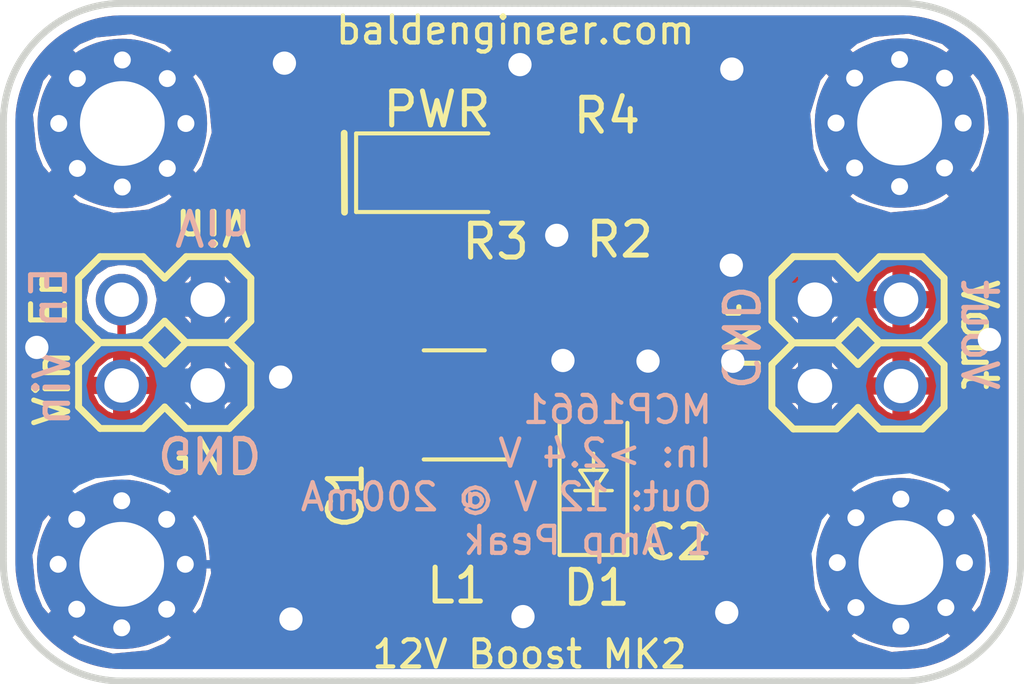
<source format=kicad_pcb>
(kicad_pcb (version 20171130) (host pcbnew "(5.0.0-rc2-dev-664-g5a90858)")
  (layers (0 F.Cu signal) (31 B.Cu signal) (34 B.Paste user) (35 F.Paste user) (36 B.SilkS user) (37 F.SilkS user) (38 B.Mask user) (39 F.Mask user) (44 Edge.Cuts user))
  (net 0 "")
  (net 1 /Vin)
  (net 2 GND)
  (net 3 /Vout)
  (net 4 "Net-(D2-Pad2)")
  (net 5 /FB)
  (net 6 /SW)
  (module Diode_SMD:D_SOD-123 (layer F.Cu) (at 76.11872 87.03564 90)
    (fp_text reference D1 (at -3.22072 0.0889 180) (layer F.SilkS))
    (fp_text value MBR0540)
    (pad 2 smd rect (at 1.65 0 90) (size 0.9 1.2) (layers F.Cu F.Paste F.Mask) (net 6 /SW))
    (pad 1 smd rect (at -1.65 0 90) (size 0.9 1.2) (layers F.Cu F.Paste F.Mask) (net 3 /Vout))
  )
  (module MountingHole:MountingHole_2.5mm_Pad_Via (layer F.Cu) (at 62.20412 89.5604)
    (fp_text reference MK2 hide)
    (fp_text value Mounting_Hole_PAD)
    (pad 1 thru_hole circle (at 1.325825 -1.325825) (size 0.8 0.8) (drill 0.5) (layers *.Cu *.Mask) (net 2 GND))
    (pad 1 thru_hole circle (at 0 -1.875) (size 0.8 0.8) (drill 0.5) (layers *.Cu *.Mask) (net 2 GND))
    (pad 1 thru_hole circle (at -1.325825 -1.325825) (size 0.8 0.8) (drill 0.5) (layers *.Cu *.Mask) (net 2 GND))
    (pad 1 thru_hole circle (at -1.875 0) (size 0.8 0.8) (drill 0.5) (layers *.Cu *.Mask) (net 2 GND))
    (pad 1 thru_hole circle (at -1.325825 1.325825) (size 0.8 0.8) (drill 0.5) (layers *.Cu *.Mask) (net 2 GND))
    (pad 1 thru_hole circle (at 0 1.875) (size 0.8 0.8) (drill 0.5) (layers *.Cu *.Mask) (net 2 GND))
    (pad 1 thru_hole circle (at 1.325825 1.325825) (size 0.8 0.8) (drill 0.5) (layers *.Cu *.Mask) (net 2 GND))
    (pad 1 thru_hole circle (at 1.875 0) (size 0.8 0.8) (drill 0.5) (layers *.Cu *.Mask) (net 2 GND))
    (pad 1 thru_hole circle (at 0 0) (size 5 5) (drill 2.5) (layers *.Cu *.Mask) (net 2 GND))
  )
  (module freetronics_footprints:1X02 (layer F.Cu) (at 85.18906 81.7499 180)
    (fp_text reference JP4)
    (fp_text value M02 hide)
    (pad 1 thru_hole oval (at 0 0 270) (size 1.524 1.524) (drill 1.016) (layers *.Cu *.Mask) (net 3 /Vout))
    (pad 2 thru_hole oval (at 2.54 0 270) (size 1.524 1.524) (drill 1.016) (layers *.Cu *.Mask) (net 2 GND))
  )
  (module Capacitor_SMD:C_0805_2012Metric (layer F.Cu) (at 68.78828 84.85124 90)
    (fp_text reference C1 (at -2.68224 0.0254 90) (layer F.SilkS))
    (fp_text value 10u)
    (pad 1 smd rect (at -0.88 0 90) (size 1.12 1.4) (layers F.Cu F.Paste F.Mask) (net 1 /Vin))
    (pad 2 smd rect (at 0.88 0 90) (size 1.12 1.4) (layers F.Cu F.Paste F.Mask) (net 2 GND))
  )
  (module Capacitor_SMD:C_0805_2012Metric (layer F.Cu) (at 78.55966 86.34984 90)
    (fp_text reference C2 (at -2.56286 -0.01524 180) (layer F.SilkS))
    (fp_text value 10u)
    (pad 2 smd rect (at 0.88 0 90) (size 1.12 1.4) (layers F.Cu F.Paste F.Mask) (net 2 GND))
    (pad 1 smd rect (at -0.88 0 90) (size 1.12 1.4) (layers F.Cu F.Paste F.Mask) (net 3 /Vout))
  )
  (module LED_SMD:LED_1206_3216Metric (layer F.Cu) (at 71.41718 78.0034)
    (fp_text reference D2 hide)
    (fp_text value PWR (at 0.08382 -1.8669) (layer F.SilkS))
    (pad 1 smd rect (at -1.43 0) (size 1.22 1.8) (layers F.Cu F.Paste F.Mask) (net 2 GND))
    (pad 2 smd rect (at 1.43 0) (size 1.22 1.8) (layers F.Cu F.Paste F.Mask) (net 4 "Net-(D2-Pad2)"))
  )
  (module freetronics_footprints:1X02 (layer F.Cu) (at 62.20206 84.28228)
    (fp_text reference JP1)
    (fp_text value M02 hide)
    (pad 1 thru_hole oval (at 0 0 90) (size 1.524 1.524) (drill 1.016) (layers *.Cu *.Mask) (net 1 /Vin))
    (pad 2 thru_hole oval (at 2.54 0 90) (size 1.524 1.524) (drill 1.016) (layers *.Cu *.Mask) (net 2 GND))
  )
  (module freetronics_footprints:1X02 (layer F.Cu) (at 85.18906 84.29752 180)
    (fp_text reference JP2)
    (fp_text value M02 hide)
    (pad 2 thru_hole oval (at 2.54 0 270) (size 1.524 1.524) (drill 1.016) (layers *.Cu *.Mask) (net 2 GND))
    (pad 1 thru_hole oval (at 0 0 270) (size 1.524 1.524) (drill 1.016) (layers *.Cu *.Mask) (net 3 /Vout))
  )
  (module freetronics_footprints:1X02 (layer F.Cu) (at 62.20206 81.7499)
    (fp_text reference JP3)
    (fp_text value M02 hide)
    (pad 1 thru_hole oval (at 0 0 90) (size 1.524 1.524) (drill 1.016) (layers *.Cu *.Mask) (net 1 /Vin))
    (pad 2 thru_hole oval (at 2.54 0 90) (size 1.524 1.524) (drill 1.016) (layers *.Cu *.Mask) (net 2 GND))
  )
  (module Inductor_SMD:L_0805_2012Metric (layer F.Cu) (at 72.05218 88.39962)
    (fp_text reference L1 (at 0.0381 1.7907) (layer F.SilkS))
    (fp_text value 4.7u)
    (pad 1 smd rect (at -0.88 0) (size 1.12 1.4) (layers F.Cu F.Paste F.Mask) (net 1 /Vin))
    (pad 2 smd rect (at 0.88 0) (size 1.12 1.4) (layers F.Cu F.Paste F.Mask) (net 6 /SW))
  )
  (module MountingHole:MountingHole_2.5mm_Pad_Via (layer F.Cu) (at 62.22238 76.55052)
    (fp_text reference MK1 hide)
    (fp_text value Mounting_Hole_PAD hide)
    (pad 1 thru_hole circle (at 0 0) (size 5 5) (drill 2.5) (layers *.Cu *.Mask) (net 2 GND))
    (pad 1 thru_hole circle (at 1.875 0) (size 0.8 0.8) (drill 0.5) (layers *.Cu *.Mask) (net 2 GND))
    (pad 1 thru_hole circle (at 1.325825 1.325825) (size 0.8 0.8) (drill 0.5) (layers *.Cu *.Mask) (net 2 GND))
    (pad 1 thru_hole circle (at 0 1.875) (size 0.8 0.8) (drill 0.5) (layers *.Cu *.Mask) (net 2 GND))
    (pad 1 thru_hole circle (at -1.325825 1.325825) (size 0.8 0.8) (drill 0.5) (layers *.Cu *.Mask) (net 2 GND))
    (pad 1 thru_hole circle (at -1.875 0) (size 0.8 0.8) (drill 0.5) (layers *.Cu *.Mask) (net 2 GND))
    (pad 1 thru_hole circle (at -1.325825 -1.325825) (size 0.8 0.8) (drill 0.5) (layers *.Cu *.Mask) (net 2 GND))
    (pad 1 thru_hole circle (at 0 -1.875) (size 0.8 0.8) (drill 0.5) (layers *.Cu *.Mask) (net 2 GND))
    (pad 1 thru_hole circle (at 1.325825 -1.325825) (size 0.8 0.8) (drill 0.5) (layers *.Cu *.Mask) (net 2 GND))
  )
  (module MountingHole:MountingHole_2.5mm_Pad_Via (layer F.Cu) (at 85.18398 89.51214)
    (fp_text reference MK3 hide)
    (fp_text value Mounting_Hole_PAD)
    (pad 1 thru_hole circle (at 0 0) (size 5 5) (drill 2.5) (layers *.Cu *.Mask) (net 2 GND))
    (pad 1 thru_hole circle (at 1.875 0) (size 0.8 0.8) (drill 0.5) (layers *.Cu *.Mask) (net 2 GND))
    (pad 1 thru_hole circle (at 1.325825 1.325825) (size 0.8 0.8) (drill 0.5) (layers *.Cu *.Mask) (net 2 GND))
    (pad 1 thru_hole circle (at 0 1.875) (size 0.8 0.8) (drill 0.5) (layers *.Cu *.Mask) (net 2 GND))
    (pad 1 thru_hole circle (at -1.325825 1.325825) (size 0.8 0.8) (drill 0.5) (layers *.Cu *.Mask) (net 2 GND))
    (pad 1 thru_hole circle (at -1.875 0) (size 0.8 0.8) (drill 0.5) (layers *.Cu *.Mask) (net 2 GND))
    (pad 1 thru_hole circle (at -1.325825 -1.325825) (size 0.8 0.8) (drill 0.5) (layers *.Cu *.Mask) (net 2 GND))
    (pad 1 thru_hole circle (at 0 -1.875) (size 0.8 0.8) (drill 0.5) (layers *.Cu *.Mask) (net 2 GND))
    (pad 1 thru_hole circle (at 1.325825 -1.325825) (size 0.8 0.8) (drill 0.5) (layers *.Cu *.Mask) (net 2 GND))
  )
  (module MountingHole:MountingHole_2.5mm_Pad_Via (layer F.Cu) (at 85.14588 76.53782)
    (fp_text reference MK4 hide)
    (fp_text value Mounting_Hole_PAD hide)
    (pad 1 thru_hole circle (at 1.325825 -1.325825) (size 0.8 0.8) (drill 0.5) (layers *.Cu *.Mask) (net 2 GND))
    (pad 1 thru_hole circle (at 0 -1.875) (size 0.8 0.8) (drill 0.5) (layers *.Cu *.Mask) (net 2 GND))
    (pad 1 thru_hole circle (at -1.325825 -1.325825) (size 0.8 0.8) (drill 0.5) (layers *.Cu *.Mask) (net 2 GND))
    (pad 1 thru_hole circle (at -1.875 0) (size 0.8 0.8) (drill 0.5) (layers *.Cu *.Mask) (net 2 GND))
    (pad 1 thru_hole circle (at -1.325825 1.325825) (size 0.8 0.8) (drill 0.5) (layers *.Cu *.Mask) (net 2 GND))
    (pad 1 thru_hole circle (at 0 1.875) (size 0.8 0.8) (drill 0.5) (layers *.Cu *.Mask) (net 2 GND))
    (pad 1 thru_hole circle (at 1.325825 1.325825) (size 0.8 0.8) (drill 0.5) (layers *.Cu *.Mask) (net 2 GND))
    (pad 1 thru_hole circle (at 1.875 0) (size 0.8 0.8) (drill 0.5) (layers *.Cu *.Mask) (net 2 GND))
    (pad 1 thru_hole circle (at 0 0) (size 5 5) (drill 2.5) (layers *.Cu *.Mask) (net 2 GND))
  )
  (module Resistor_SMD:R_0805_2012Metric (layer F.Cu) (at 76.89342 81.661 180)
    (fp_text reference R2 (at 0.00254 1.68148 180) (layer F.SilkS))
    (fp_text value 1.05M)
    (pad 1 smd rect (at -0.88 0 180) (size 1.12 1.4) (layers F.Cu F.Paste F.Mask) (net 3 /Vout))
    (pad 2 smd rect (at 0.88 0 180) (size 1.12 1.4) (layers F.Cu F.Paste F.Mask) (net 5 /FB))
  )
  (module Resistor_SMD:R_0805_2012Metric (layer F.Cu) (at 73.21804 81.6737 180)
    (fp_text reference R3 (at -0.01524 1.63576 180) (layer F.SilkS))
    (fp_text value 120k)
    (pad 2 smd rect (at 0.88 0 180) (size 1.12 1.4) (layers F.Cu F.Paste F.Mask) (net 2 GND))
    (pad 1 smd rect (at -0.88 0 180) (size 1.12 1.4) (layers F.Cu F.Paste F.Mask) (net 5 /FB))
  )
  (module Resistor_SMD:R_0805_2012Metric (layer F.Cu) (at 76.47686 77.91958)
    (fp_text reference R4 (at 0.03556 -1.59766) (layer F.SilkS))
    (fp_text value 1k)
    (pad 2 smd rect (at 0.88 0) (size 1.12 1.4) (layers F.Cu F.Paste F.Mask) (net 3 /Vout))
    (pad 1 smd rect (at -0.88 0) (size 1.12 1.4) (layers F.Cu F.Paste F.Mask) (net 4 "Net-(D2-Pad2)"))
  )
  (module Package_TO_SOT_SMD:SOT-23-5 (layer F.Cu) (at 72.01154 84.85632 180)
    (fp_text reference U1 hide)
    (fp_text value MCP1661)
    (pad 1 smd rect (at -1.1 -0.95 180) (size 1.06 0.65) (layers F.Cu F.Paste F.Mask) (net 6 /SW))
    (pad 2 smd rect (at -1.1 0 180) (size 1.06 0.65) (layers F.Cu F.Paste F.Mask) (net 2 GND))
    (pad 3 smd rect (at -1.1 0.95 180) (size 1.06 0.65) (layers F.Cu F.Paste F.Mask) (net 5 /FB))
    (pad 4 smd rect (at 1.1 0.95 180) (size 1.06 0.65) (layers F.Cu F.Paste F.Mask) (net 1 /Vin))
    (pad 5 smd rect (at 1.1 -0.95 180) (size 1.06 0.65) (layers F.Cu F.Paste F.Mask) (net 1 /Vin))
  )
  (gr_text Vin (at 64.9 79.6 180) (layer F.SilkS) (effects (font (size 1 1))))
  (gr_text Vin (at 64.9 79.6 180) (layer B.SilkS) (effects (font (size 1 1)) (justify mirror)))
  (gr_text "MCP1661\nIn: >2.4 V\nOut: 12 V @ 200mA\n1 Amp Peak" (at 79.68742 86.92896) (layer B.SilkS) (effects (font (size 0.8 0.8) (thickness 0.125)) (justify left mirror)))
  (gr_text baldengineer.com (at 73.8124 73.79716) (layer F.SilkS) (effects (font (size 0.8 0.8) (thickness 0.125))))
  (gr_text "12V Boost MK2" (at 74.2315 92.21216) (layer F.SilkS) (effects (font (size 0.8 0.8) (thickness 0.125))))
  (gr_text GND (at 64.8 86.3 180) (layer B.SilkS) (effects (font (size 1 1)) (justify mirror)))
  (gr_text Vin (at 60.15482 84.35594 90) (layer B.SilkS) (effects (font (size 1 1)) (justify mirror)))
  (gr_text En (at 60.06084 81.68132 90) (layer B.SilkS) (effects (font (size 1 1)) (justify mirror)))
  (gr_text GND (at 80.43164 82.86496 270) (layer B.SilkS) (effects (font (size 1 1)) (justify mirror)))
  (gr_text Vout (at 87.49284 82.78876 270) (layer B.SilkS) (effects (font (size 1 1)) (justify mirror)))
  (gr_text GND (at 64.8 86.4) (layer F.SilkS) (effects (font (size 1 1))))
  (gr_text GND (at 80.43164 82.86496 270) (layer F.SilkS) (effects (font (size 1 1))))
  (gr_text Vout (at 87.49284 82.78876 270) (layer F.SilkS) (effects (font (size 1 1))))
  (gr_text En (at 60.06084 81.68132 90) (layer F.SilkS) (effects (font (size 1 1))))
  (gr_text Vin (at 60.15482 84.35594 90) (layer F.SilkS) (effects (font (size 1 1))))
  (gr_line (start 68.76542 76.83754) (end 68.77558 79.16926) (layer F.SilkS) (width 0.2))
  (gr_line (start 85.214467 93.00603) (end 85.214467 93.00603) (layer Edge.Cuts) (width 0.2))
  (gr_line (start 85.259519 93.005742) (end 85.214467 93.00603) (layer Edge.Cuts) (width 0.2))
  (gr_line (start 85.30444 93.004881) (end 85.259519 93.005742) (layer Edge.Cuts) (width 0.2))
  (gr_line (start 85.349226 93.00345) (end 85.30444 93.004881) (layer Edge.Cuts) (width 0.2))
  (gr_line (start 85.393873 93.001453) (end 85.349226 93.00345) (layer Edge.Cuts) (width 0.2))
  (gr_line (start 85.438377 92.998893) (end 85.393873 93.001453) (layer Edge.Cuts) (width 0.2))
  (gr_line (start 85.482736 92.995774) (end 85.438377 92.998893) (layer Edge.Cuts) (width 0.2))
  (gr_line (start 85.526946 92.992099) (end 85.482736 92.995774) (layer Edge.Cuts) (width 0.2))
  (gr_line (start 85.571004 92.987872) (end 85.526946 92.992099) (layer Edge.Cuts) (width 0.2))
  (gr_line (start 85.614904 92.983096) (end 85.571004 92.987872) (layer Edge.Cuts) (width 0.2))
  (gr_line (start 85.658646 92.977775) (end 85.614904 92.983096) (layer Edge.Cuts) (width 0.2))
  (gr_line (start 85.702224 92.971912) (end 85.658646 92.977775) (layer Edge.Cuts) (width 0.2))
  (gr_line (start 85.745635 92.965511) (end 85.702224 92.971912) (layer Edge.Cuts) (width 0.2))
  (gr_line (start 85.788876 92.958575) (end 85.745635 92.965511) (layer Edge.Cuts) (width 0.2))
  (gr_line (start 85.831943 92.951108) (end 85.788876 92.958575) (layer Edge.Cuts) (width 0.2))
  (gr_line (start 85.874833 92.943113) (end 85.831943 92.951108) (layer Edge.Cuts) (width 0.2))
  (gr_line (start 85.917543 92.934594) (end 85.874833 92.943113) (layer Edge.Cuts) (width 0.2))
  (gr_line (start 85.960068 92.925555) (end 85.917543 92.934594) (layer Edge.Cuts) (width 0.2))
  (gr_line (start 86.002405 92.915998) (end 85.960068 92.925555) (layer Edge.Cuts) (width 0.2))
  (gr_line (start 86.044551 92.905927) (end 86.002405 92.915998) (layer Edge.Cuts) (width 0.2))
  (gr_line (start 86.086503 92.895346) (end 86.044551 92.905927) (layer Edge.Cuts) (width 0.2))
  (gr_line (start 86.128256 92.884259) (end 86.086503 92.895346) (layer Edge.Cuts) (width 0.2))
  (gr_line (start 86.169807 92.872668) (end 86.128256 92.884259) (layer Edge.Cuts) (width 0.2))
  (gr_line (start 86.211153 92.860578) (end 86.169807 92.872668) (layer Edge.Cuts) (width 0.2))
  (gr_line (start 86.25229 92.847991) (end 86.211153 92.860578) (layer Edge.Cuts) (width 0.2))
  (gr_line (start 86.293215 92.834912) (end 86.25229 92.847991) (layer Edge.Cuts) (width 0.2))
  (gr_line (start 86.333924 92.821344) (end 86.293215 92.834912) (layer Edge.Cuts) (width 0.2))
  (gr_line (start 86.374414 92.80729) (end 86.333924 92.821344) (layer Edge.Cuts) (width 0.2))
  (gr_line (start 86.414681 92.792754) (end 86.374414 92.80729) (layer Edge.Cuts) (width 0.2))
  (gr_line (start 86.454722 92.777739) (end 86.414681 92.792754) (layer Edge.Cuts) (width 0.2))
  (gr_line (start 86.494533 92.762249) (end 86.454722 92.777739) (layer Edge.Cuts) (width 0.2))
  (gr_line (start 86.53411 92.746288) (end 86.494533 92.762249) (layer Edge.Cuts) (width 0.2))
  (gr_line (start 86.573451 92.729858) (end 86.53411 92.746288) (layer Edge.Cuts) (width 0.2))
  (gr_line (start 86.612551 92.712964) (end 86.573451 92.729858) (layer Edge.Cuts) (width 0.2))
  (gr_line (start 86.651408 92.695608) (end 86.612551 92.712964) (layer Edge.Cuts) (width 0.2))
  (gr_line (start 86.690017 92.677795) (end 86.651408 92.695608) (layer Edge.Cuts) (width 0.2))
  (gr_line (start 86.728376 92.659528) (end 86.690017 92.677795) (layer Edge.Cuts) (width 0.2))
  (gr_line (start 86.76648 92.64081) (end 86.728376 92.659528) (layer Edge.Cuts) (width 0.2))
  (gr_line (start 86.804326 92.621645) (end 86.76648 92.64081) (layer Edge.Cuts) (width 0.2))
  (gr_line (start 86.841911 92.602037) (end 86.804326 92.621645) (layer Edge.Cuts) (width 0.2))
  (gr_line (start 86.879231 92.581988) (end 86.841911 92.602037) (layer Edge.Cuts) (width 0.2))
  (gr_line (start 86.916283 92.561503) (end 86.879231 92.581988) (layer Edge.Cuts) (width 0.2))
  (gr_line (start 86.953063 92.540585) (end 86.916283 92.561503) (layer Edge.Cuts) (width 0.2))
  (gr_line (start 86.989567 92.519237) (end 86.953063 92.540585) (layer Edge.Cuts) (width 0.2))
  (gr_line (start 87.025792 92.497463) (end 86.989567 92.519237) (layer Edge.Cuts) (width 0.2))
  (gr_line (start 87.061736 92.475266) (end 87.025792 92.497463) (layer Edge.Cuts) (width 0.2))
  (gr_line (start 87.097393 92.452651) (end 87.061736 92.475266) (layer Edge.Cuts) (width 0.2))
  (gr_line (start 87.132761 92.42962) (end 87.097393 92.452651) (layer Edge.Cuts) (width 0.2))
  (gr_line (start 87.167836 92.406176) (end 87.132761 92.42962) (layer Edge.Cuts) (width 0.2))
  (gr_line (start 87.202614 92.382325) (end 87.167836 92.406176) (layer Edge.Cuts) (width 0.2))
  (gr_line (start 87.237093 92.358068) (end 87.202614 92.382325) (layer Edge.Cuts) (width 0.2))
  (gr_line (start 87.271268 92.333409) (end 87.237093 92.358068) (layer Edge.Cuts) (width 0.2))
  (gr_line (start 87.305137 92.308353) (end 87.271268 92.333409) (layer Edge.Cuts) (width 0.2))
  (gr_line (start 87.338695 92.282902) (end 87.305137 92.308353) (layer Edge.Cuts) (width 0.2))
  (gr_line (start 87.371939 92.25706) (end 87.338695 92.282902) (layer Edge.Cuts) (width 0.2))
  (gr_line (start 87.404865 92.230831) (end 87.371939 92.25706) (layer Edge.Cuts) (width 0.2))
  (gr_line (start 87.437471 92.204217) (end 87.404865 92.230831) (layer Edge.Cuts) (width 0.2))
  (gr_line (start 87.469752 92.177223) (end 87.437471 92.204217) (layer Edge.Cuts) (width 0.2))
  (gr_line (start 87.501705 92.149852) (end 87.469752 92.177223) (layer Edge.Cuts) (width 0.2))
  (gr_line (start 87.533327 92.122107) (end 87.501705 92.149852) (layer Edge.Cuts) (width 0.2))
  (gr_line (start 87.564614 92.093993) (end 87.533327 92.122107) (layer Edge.Cuts) (width 0.2))
  (gr_line (start 87.595562 92.065512) (end 87.564614 92.093993) (layer Edge.Cuts) (width 0.2))
  (gr_line (start 87.626169 92.036668) (end 87.595562 92.065512) (layer Edge.Cuts) (width 0.2))
  (gr_line (start 87.65643 92.007464) (end 87.626169 92.036668) (layer Edge.Cuts) (width 0.2))
  (gr_line (start 87.686342 91.977905) (end 87.65643 92.007464) (layer Edge.Cuts) (width 0.2))
  (gr_line (start 87.715901 91.947993) (end 87.686342 91.977905) (layer Edge.Cuts) (width 0.2))
  (gr_line (start 87.745105 91.917732) (end 87.715901 91.947993) (layer Edge.Cuts) (width 0.2))
  (gr_line (start 87.773949 91.887125) (end 87.745105 91.917732) (layer Edge.Cuts) (width 0.2))
  (gr_line (start 87.80243 91.856177) (end 87.773949 91.887125) (layer Edge.Cuts) (width 0.2))
  (gr_line (start 87.830544 91.82489) (end 87.80243 91.856177) (layer Edge.Cuts) (width 0.2))
  (gr_line (start 87.858289 91.793268) (end 87.830544 91.82489) (layer Edge.Cuts) (width 0.2))
  (gr_line (start 87.88566 91.761315) (end 87.858289 91.793268) (layer Edge.Cuts) (width 0.2))
  (gr_line (start 87.912654 91.729034) (end 87.88566 91.761315) (layer Edge.Cuts) (width 0.2))
  (gr_line (start 87.939267 91.696428) (end 87.912654 91.729034) (layer Edge.Cuts) (width 0.2))
  (gr_line (start 87.965497 91.663502) (end 87.939267 91.696428) (layer Edge.Cuts) (width 0.2))
  (gr_line (start 87.991339 91.630258) (end 87.965497 91.663502) (layer Edge.Cuts) (width 0.2))
  (gr_line (start 88.01679 91.5967) (end 87.991339 91.630258) (layer Edge.Cuts) (width 0.2))
  (gr_line (start 88.041846 91.562831) (end 88.01679 91.5967) (layer Edge.Cuts) (width 0.2))
  (gr_line (start 88.066505 91.528656) (end 88.041846 91.562831) (layer Edge.Cuts) (width 0.2))
  (gr_line (start 88.090761 91.494178) (end 88.066505 91.528656) (layer Edge.Cuts) (width 0.2))
  (gr_line (start 88.114613 91.459399) (end 88.090761 91.494178) (layer Edge.Cuts) (width 0.2))
  (gr_line (start 88.138056 91.424324) (end 88.114613 91.459399) (layer Edge.Cuts) (width 0.2))
  (gr_line (start 88.161087 91.388956) (end 88.138056 91.424324) (layer Edge.Cuts) (width 0.2))
  (gr_line (start 88.183703 91.353299) (end 88.161087 91.388956) (layer Edge.Cuts) (width 0.2))
  (gr_line (start 88.2059 91.317356) (end 88.183703 91.353299) (layer Edge.Cuts) (width 0.2))
  (gr_line (start 88.227674 91.28113) (end 88.2059 91.317356) (layer Edge.Cuts) (width 0.2))
  (gr_line (start 88.249021 91.244626) (end 88.227674 91.28113) (layer Edge.Cuts) (width 0.2))
  (gr_line (start 88.26994 91.207846) (end 88.249021 91.244626) (layer Edge.Cuts) (width 0.2))
  (gr_line (start 88.290425 91.170794) (end 88.26994 91.207846) (layer Edge.Cuts) (width 0.2))
  (gr_line (start 88.310474 91.133474) (end 88.290425 91.170794) (layer Edge.Cuts) (width 0.2))
  (gr_line (start 88.330082 91.095889) (end 88.310474 91.133474) (layer Edge.Cuts) (width 0.2))
  (gr_line (start 88.349247 91.058043) (end 88.330082 91.095889) (layer Edge.Cuts) (width 0.2))
  (gr_line (start 88.367965 91.019939) (end 88.349247 91.058043) (layer Edge.Cuts) (width 0.2))
  (gr_line (start 88.386232 90.981581) (end 88.367965 91.019939) (layer Edge.Cuts) (width 0.2))
  (gr_line (start 88.404045 90.942971) (end 88.386232 90.981581) (layer Edge.Cuts) (width 0.2))
  (gr_line (start 88.4214 90.904115) (end 88.404045 90.942971) (layer Edge.Cuts) (width 0.2))
  (gr_line (start 88.438295 90.865014) (end 88.4214 90.904115) (layer Edge.Cuts) (width 0.2))
  (gr_line (start 88.454724 90.825673) (end 88.438295 90.865014) (layer Edge.Cuts) (width 0.2))
  (gr_line (start 88.470686 90.786096) (end 88.454724 90.825673) (layer Edge.Cuts) (width 0.2))
  (gr_line (start 88.486176 90.746285) (end 88.470686 90.786096) (layer Edge.Cuts) (width 0.2))
  (gr_line (start 88.501191 90.706244) (end 88.486176 90.746285) (layer Edge.Cuts) (width 0.2))
  (gr_line (start 88.515727 90.665977) (end 88.501191 90.706244) (layer Edge.Cuts) (width 0.2))
  (gr_line (start 88.529781 90.625487) (end 88.515727 90.665977) (layer Edge.Cuts) (width 0.2))
  (gr_line (start 88.543349 90.584778) (end 88.529781 90.625487) (layer Edge.Cuts) (width 0.2))
  (gr_line (start 88.556428 90.543853) (end 88.543349 90.584778) (layer Edge.Cuts) (width 0.2))
  (gr_line (start 88.569015 90.502716) (end 88.556428 90.543853) (layer Edge.Cuts) (width 0.2))
  (gr_line (start 88.581105 90.46137) (end 88.569015 90.502716) (layer Edge.Cuts) (width 0.2))
  (gr_line (start 88.592696 90.419819) (end 88.581105 90.46137) (layer Edge.Cuts) (width 0.2))
  (gr_line (start 88.603783 90.378066) (end 88.592696 90.419819) (layer Edge.Cuts) (width 0.2))
  (gr_line (start 88.614364 90.336114) (end 88.603783 90.378066) (layer Edge.Cuts) (width 0.2))
  (gr_line (start 88.624435 90.293968) (end 88.614364 90.336114) (layer Edge.Cuts) (width 0.2))
  (gr_line (start 88.633991 90.251631) (end 88.624435 90.293968) (layer Edge.Cuts) (width 0.2))
  (gr_line (start 88.643031 90.209106) (end 88.633991 90.251631) (layer Edge.Cuts) (width 0.2))
  (gr_line (start 88.65155 90.166397) (end 88.643031 90.209106) (layer Edge.Cuts) (width 0.2))
  (gr_line (start 88.659545 90.123507) (end 88.65155 90.166397) (layer Edge.Cuts) (width 0.2))
  (gr_line (start 88.667012 90.080439) (end 88.659545 90.123507) (layer Edge.Cuts) (width 0.2))
  (gr_line (start 88.673948 90.037198) (end 88.667012 90.080439) (layer Edge.Cuts) (width 0.2))
  (gr_line (start 88.680349 89.993787) (end 88.673948 90.037198) (layer Edge.Cuts) (width 0.2))
  (gr_line (start 88.686212 89.950209) (end 88.680349 89.993787) (layer Edge.Cuts) (width 0.2))
  (gr_line (start 88.691533 89.906468) (end 88.686212 89.950209) (layer Edge.Cuts) (width 0.2))
  (gr_line (start 88.696309 89.862567) (end 88.691533 89.906468) (layer Edge.Cuts) (width 0.2))
  (gr_line (start 88.700536 89.81851) (end 88.696309 89.862567) (layer Edge.Cuts) (width 0.2))
  (gr_line (start 88.704211 89.7743) (end 88.700536 89.81851) (layer Edge.Cuts) (width 0.2))
  (gr_line (start 88.70733 89.729941) (end 88.704211 89.7743) (layer Edge.Cuts) (width 0.2))
  (gr_line (start 88.70989 89.685436) (end 88.70733 89.729941) (layer Edge.Cuts) (width 0.2))
  (gr_line (start 88.711887 89.640789) (end 88.70989 89.685436) (layer Edge.Cuts) (width 0.2))
  (gr_line (start 88.713318 89.596003) (end 88.711887 89.640789) (layer Edge.Cuts) (width 0.2))
  (gr_line (start 88.714179 89.551082) (end 88.713318 89.596003) (layer Edge.Cuts) (width 0.2))
  (gr_line (start 88.714467 89.50603) (end 88.714179 89.551082) (layer Edge.Cuts) (width 0.2))
  (gr_line (start 88.714467 89.404467) (end 88.714467 89.50603) (layer Edge.Cuts) (width 0.2))
  (gr_line (start 88.714467 89.302905) (end 88.714467 89.404467) (layer Edge.Cuts) (width 0.2))
  (gr_line (start 88.714467 89.201342) (end 88.714467 89.302905) (layer Edge.Cuts) (width 0.2))
  (gr_line (start 88.714467 89.09978) (end 88.714467 89.201342) (layer Edge.Cuts) (width 0.2))
  (gr_line (start 88.714467 88.998217) (end 88.714467 89.09978) (layer Edge.Cuts) (width 0.2))
  (gr_line (start 88.714467 88.896655) (end 88.714467 88.998217) (layer Edge.Cuts) (width 0.2))
  (gr_line (start 88.714467 88.795092) (end 88.714467 88.896655) (layer Edge.Cuts) (width 0.2))
  (gr_line (start 88.714467 88.69353) (end 88.714467 88.795092) (layer Edge.Cuts) (width 0.2))
  (gr_line (start 88.714467 88.591967) (end 88.714467 88.69353) (layer Edge.Cuts) (width 0.2))
  (gr_line (start 88.714467 88.490405) (end 88.714467 88.591967) (layer Edge.Cuts) (width 0.2))
  (gr_line (start 88.714467 88.388842) (end 88.714467 88.490405) (layer Edge.Cuts) (width 0.2))
  (gr_line (start 88.714467 88.28728) (end 88.714467 88.388842) (layer Edge.Cuts) (width 0.2))
  (gr_line (start 88.714467 88.185717) (end 88.714467 88.28728) (layer Edge.Cuts) (width 0.2))
  (gr_line (start 88.714467 88.084155) (end 88.714467 88.185717) (layer Edge.Cuts) (width 0.2))
  (gr_line (start 88.714467 87.982592) (end 88.714467 88.084155) (layer Edge.Cuts) (width 0.2))
  (gr_line (start 88.714467 87.88103) (end 88.714467 87.982592) (layer Edge.Cuts) (width 0.2))
  (gr_line (start 88.714467 87.779467) (end 88.714467 87.88103) (layer Edge.Cuts) (width 0.2))
  (gr_line (start 88.714467 87.677905) (end 88.714467 87.779467) (layer Edge.Cuts) (width 0.2))
  (gr_line (start 88.714467 87.576342) (end 88.714467 87.677905) (layer Edge.Cuts) (width 0.2))
  (gr_line (start 88.714467 87.47478) (end 88.714467 87.576342) (layer Edge.Cuts) (width 0.2))
  (gr_line (start 88.714467 87.373217) (end 88.714467 87.47478) (layer Edge.Cuts) (width 0.2))
  (gr_line (start 88.714467 87.271655) (end 88.714467 87.373217) (layer Edge.Cuts) (width 0.2))
  (gr_line (start 88.714467 87.170092) (end 88.714467 87.271655) (layer Edge.Cuts) (width 0.2))
  (gr_line (start 88.714467 87.06853) (end 88.714467 87.170092) (layer Edge.Cuts) (width 0.2))
  (gr_line (start 88.714467 86.966967) (end 88.714467 87.06853) (layer Edge.Cuts) (width 0.2))
  (gr_line (start 88.714467 86.865405) (end 88.714467 86.966967) (layer Edge.Cuts) (width 0.2))
  (gr_line (start 88.714467 86.763842) (end 88.714467 86.865405) (layer Edge.Cuts) (width 0.2))
  (gr_line (start 88.714467 86.66228) (end 88.714467 86.763842) (layer Edge.Cuts) (width 0.2))
  (gr_line (start 88.714467 86.560717) (end 88.714467 86.66228) (layer Edge.Cuts) (width 0.2))
  (gr_line (start 88.714467 86.459155) (end 88.714467 86.560717) (layer Edge.Cuts) (width 0.2))
  (gr_line (start 88.714467 86.357592) (end 88.714467 86.459155) (layer Edge.Cuts) (width 0.2))
  (gr_line (start 88.714467 86.25603) (end 88.714467 86.357592) (layer Edge.Cuts) (width 0.2))
  (gr_line (start 88.714467 86.154467) (end 88.714467 86.25603) (layer Edge.Cuts) (width 0.2))
  (gr_line (start 88.714467 86.052905) (end 88.714467 86.154467) (layer Edge.Cuts) (width 0.2))
  (gr_line (start 88.714467 85.951342) (end 88.714467 86.052905) (layer Edge.Cuts) (width 0.2))
  (gr_line (start 88.714467 85.84978) (end 88.714467 85.951342) (layer Edge.Cuts) (width 0.2))
  (gr_line (start 88.714467 85.748217) (end 88.714467 85.84978) (layer Edge.Cuts) (width 0.2))
  (gr_line (start 88.714467 85.646655) (end 88.714467 85.748217) (layer Edge.Cuts) (width 0.2))
  (gr_line (start 88.714467 85.545092) (end 88.714467 85.646655) (layer Edge.Cuts) (width 0.2))
  (gr_line (start 88.714467 85.44353) (end 88.714467 85.545092) (layer Edge.Cuts) (width 0.2))
  (gr_line (start 88.714467 85.341967) (end 88.714467 85.44353) (layer Edge.Cuts) (width 0.2))
  (gr_line (start 88.714467 85.240405) (end 88.714467 85.341967) (layer Edge.Cuts) (width 0.2))
  (gr_line (start 88.714467 85.138842) (end 88.714467 85.240405) (layer Edge.Cuts) (width 0.2))
  (gr_line (start 88.714467 85.03728) (end 88.714467 85.138842) (layer Edge.Cuts) (width 0.2))
  (gr_line (start 88.714467 84.935717) (end 88.714467 85.03728) (layer Edge.Cuts) (width 0.2))
  (gr_line (start 88.714467 84.834155) (end 88.714467 84.935717) (layer Edge.Cuts) (width 0.2))
  (gr_line (start 88.714467 84.732592) (end 88.714467 84.834155) (layer Edge.Cuts) (width 0.2))
  (gr_line (start 88.714467 84.63103) (end 88.714467 84.732592) (layer Edge.Cuts) (width 0.2))
  (gr_line (start 88.714467 84.529467) (end 88.714467 84.63103) (layer Edge.Cuts) (width 0.2))
  (gr_line (start 88.714467 84.427905) (end 88.714467 84.529467) (layer Edge.Cuts) (width 0.2))
  (gr_line (start 88.714467 84.326342) (end 88.714467 84.427905) (layer Edge.Cuts) (width 0.2))
  (gr_line (start 88.714467 84.22478) (end 88.714467 84.326342) (layer Edge.Cuts) (width 0.2))
  (gr_line (start 88.714467 84.123217) (end 88.714467 84.22478) (layer Edge.Cuts) (width 0.2))
  (gr_line (start 88.714467 84.021655) (end 88.714467 84.123217) (layer Edge.Cuts) (width 0.2))
  (gr_line (start 88.714467 83.920092) (end 88.714467 84.021655) (layer Edge.Cuts) (width 0.2))
  (gr_line (start 88.714467 83.81853) (end 88.714467 83.920092) (layer Edge.Cuts) (width 0.2))
  (gr_line (start 88.714467 83.716967) (end 88.714467 83.81853) (layer Edge.Cuts) (width 0.2))
  (gr_line (start 88.714467 83.615405) (end 88.714467 83.716967) (layer Edge.Cuts) (width 0.2))
  (gr_line (start 88.714467 83.513842) (end 88.714467 83.615405) (layer Edge.Cuts) (width 0.2))
  (gr_line (start 88.714467 83.41228) (end 88.714467 83.513842) (layer Edge.Cuts) (width 0.2))
  (gr_line (start 88.714467 83.310717) (end 88.714467 83.41228) (layer Edge.Cuts) (width 0.2))
  (gr_line (start 88.714467 83.209155) (end 88.714467 83.310717) (layer Edge.Cuts) (width 0.2))
  (gr_line (start 88.714467 83.107592) (end 88.714467 83.209155) (layer Edge.Cuts) (width 0.2))
  (gr_line (start 88.714467 83.00603) (end 88.714467 83.107592) (layer Edge.Cuts) (width 0.2))
  (gr_line (start 88.714467 82.904467) (end 88.714467 83.00603) (layer Edge.Cuts) (width 0.2))
  (gr_line (start 88.714467 82.802905) (end 88.714467 82.904467) (layer Edge.Cuts) (width 0.2))
  (gr_line (start 88.714467 82.701342) (end 88.714467 82.802905) (layer Edge.Cuts) (width 0.2))
  (gr_line (start 88.714467 82.59978) (end 88.714467 82.701342) (layer Edge.Cuts) (width 0.2))
  (gr_line (start 88.714467 82.498217) (end 88.714467 82.59978) (layer Edge.Cuts) (width 0.2))
  (gr_line (start 88.714467 82.396655) (end 88.714467 82.498217) (layer Edge.Cuts) (width 0.2))
  (gr_line (start 88.714467 82.295092) (end 88.714467 82.396655) (layer Edge.Cuts) (width 0.2))
  (gr_line (start 88.714467 82.19353) (end 88.714467 82.295092) (layer Edge.Cuts) (width 0.2))
  (gr_line (start 88.714467 82.091967) (end 88.714467 82.19353) (layer Edge.Cuts) (width 0.2))
  (gr_line (start 88.714467 81.990405) (end 88.714467 82.091967) (layer Edge.Cuts) (width 0.2))
  (gr_line (start 88.714467 81.888842) (end 88.714467 81.990405) (layer Edge.Cuts) (width 0.2))
  (gr_line (start 88.714467 81.78728) (end 88.714467 81.888842) (layer Edge.Cuts) (width 0.2))
  (gr_line (start 88.714467 81.685717) (end 88.714467 81.78728) (layer Edge.Cuts) (width 0.2))
  (gr_line (start 88.714467 81.584155) (end 88.714467 81.685717) (layer Edge.Cuts) (width 0.2))
  (gr_line (start 88.714467 81.482592) (end 88.714467 81.584155) (layer Edge.Cuts) (width 0.2))
  (gr_line (start 88.714467 81.38103) (end 88.714467 81.482592) (layer Edge.Cuts) (width 0.2))
  (gr_line (start 88.714467 81.279467) (end 88.714467 81.38103) (layer Edge.Cuts) (width 0.2))
  (gr_line (start 88.714467 81.177905) (end 88.714467 81.279467) (layer Edge.Cuts) (width 0.2))
  (gr_line (start 88.714467 81.076342) (end 88.714467 81.177905) (layer Edge.Cuts) (width 0.2))
  (gr_line (start 88.714467 80.97478) (end 88.714467 81.076342) (layer Edge.Cuts) (width 0.2))
  (gr_line (start 88.714467 80.873217) (end 88.714467 80.97478) (layer Edge.Cuts) (width 0.2))
  (gr_line (start 88.714467 80.771655) (end 88.714467 80.873217) (layer Edge.Cuts) (width 0.2))
  (gr_line (start 88.714467 80.670092) (end 88.714467 80.771655) (layer Edge.Cuts) (width 0.2))
  (gr_line (start 88.714467 80.56853) (end 88.714467 80.670092) (layer Edge.Cuts) (width 0.2))
  (gr_line (start 88.714467 80.466967) (end 88.714467 80.56853) (layer Edge.Cuts) (width 0.2))
  (gr_line (start 88.714467 80.365405) (end 88.714467 80.466967) (layer Edge.Cuts) (width 0.2))
  (gr_line (start 88.714467 80.263842) (end 88.714467 80.365405) (layer Edge.Cuts) (width 0.2))
  (gr_line (start 88.714467 80.16228) (end 88.714467 80.263842) (layer Edge.Cuts) (width 0.2))
  (gr_line (start 88.714467 80.060717) (end 88.714467 80.16228) (layer Edge.Cuts) (width 0.2))
  (gr_line (start 88.714467 79.959155) (end 88.714467 80.060717) (layer Edge.Cuts) (width 0.2))
  (gr_line (start 88.714467 79.857592) (end 88.714467 79.959155) (layer Edge.Cuts) (width 0.2))
  (gr_line (start 88.714467 79.75603) (end 88.714467 79.857592) (layer Edge.Cuts) (width 0.2))
  (gr_line (start 88.714467 79.654467) (end 88.714467 79.75603) (layer Edge.Cuts) (width 0.2))
  (gr_line (start 88.714467 79.552905) (end 88.714467 79.654467) (layer Edge.Cuts) (width 0.2))
  (gr_line (start 88.714467 79.451342) (end 88.714467 79.552905) (layer Edge.Cuts) (width 0.2))
  (gr_line (start 88.714467 79.34978) (end 88.714467 79.451342) (layer Edge.Cuts) (width 0.2))
  (gr_line (start 88.714467 79.248217) (end 88.714467 79.34978) (layer Edge.Cuts) (width 0.2))
  (gr_line (start 88.714467 79.146655) (end 88.714467 79.248217) (layer Edge.Cuts) (width 0.2))
  (gr_line (start 88.714467 79.045092) (end 88.714467 79.146655) (layer Edge.Cuts) (width 0.2))
  (gr_line (start 88.714467 78.94353) (end 88.714467 79.045092) (layer Edge.Cuts) (width 0.2))
  (gr_line (start 88.714467 78.841967) (end 88.714467 78.94353) (layer Edge.Cuts) (width 0.2))
  (gr_line (start 88.714467 78.740405) (end 88.714467 78.841967) (layer Edge.Cuts) (width 0.2))
  (gr_line (start 88.714467 78.638842) (end 88.714467 78.740405) (layer Edge.Cuts) (width 0.2))
  (gr_line (start 88.714467 78.53728) (end 88.714467 78.638842) (layer Edge.Cuts) (width 0.2))
  (gr_line (start 88.714467 78.435717) (end 88.714467 78.53728) (layer Edge.Cuts) (width 0.2))
  (gr_line (start 88.714467 78.334155) (end 88.714467 78.435717) (layer Edge.Cuts) (width 0.2))
  (gr_line (start 88.714467 78.232592) (end 88.714467 78.334155) (layer Edge.Cuts) (width 0.2))
  (gr_line (start 88.714467 78.13103) (end 88.714467 78.232592) (layer Edge.Cuts) (width 0.2))
  (gr_line (start 88.714467 78.029467) (end 88.714467 78.13103) (layer Edge.Cuts) (width 0.2))
  (gr_line (start 88.714467 77.927905) (end 88.714467 78.029467) (layer Edge.Cuts) (width 0.2))
  (gr_line (start 88.714467 77.826342) (end 88.714467 77.927905) (layer Edge.Cuts) (width 0.2))
  (gr_line (start 88.714467 77.72478) (end 88.714467 77.826342) (layer Edge.Cuts) (width 0.2))
  (gr_line (start 88.714467 77.623217) (end 88.714467 77.72478) (layer Edge.Cuts) (width 0.2))
  (gr_line (start 88.714467 77.521655) (end 88.714467 77.623217) (layer Edge.Cuts) (width 0.2))
  (gr_line (start 88.714467 77.420092) (end 88.714467 77.521655) (layer Edge.Cuts) (width 0.2))
  (gr_line (start 88.714467 77.31853) (end 88.714467 77.420092) (layer Edge.Cuts) (width 0.2))
  (gr_line (start 88.714467 77.216967) (end 88.714467 77.31853) (layer Edge.Cuts) (width 0.2))
  (gr_line (start 88.714467 77.115405) (end 88.714467 77.216967) (layer Edge.Cuts) (width 0.2))
  (gr_line (start 88.714467 77.013842) (end 88.714467 77.115405) (layer Edge.Cuts) (width 0.2))
  (gr_line (start 88.714467 76.91228) (end 88.714467 77.013842) (layer Edge.Cuts) (width 0.2))
  (gr_line (start 88.714467 76.810717) (end 88.714467 76.91228) (layer Edge.Cuts) (width 0.2))
  (gr_line (start 88.714467 76.709155) (end 88.714467 76.810717) (layer Edge.Cuts) (width 0.2))
  (gr_line (start 88.714467 76.607592) (end 88.714467 76.709155) (layer Edge.Cuts) (width 0.2))
  (gr_line (start 88.714467 76.50603) (end 88.714467 76.607592) (layer Edge.Cuts) (width 0.2))
  (gr_line (start 88.714179 76.460977) (end 88.714467 76.50603) (layer Edge.Cuts) (width 0.2))
  (gr_line (start 88.713318 76.416056) (end 88.714179 76.460977) (layer Edge.Cuts) (width 0.2))
  (gr_line (start 88.711887 76.371271) (end 88.713318 76.416056) (layer Edge.Cuts) (width 0.2))
  (gr_line (start 88.70989 76.326624) (end 88.711887 76.371271) (layer Edge.Cuts) (width 0.2))
  (gr_line (start 88.70733 76.282119) (end 88.70989 76.326624) (layer Edge.Cuts) (width 0.2))
  (gr_line (start 88.704211 76.23776) (end 88.70733 76.282119) (layer Edge.Cuts) (width 0.2))
  (gr_line (start 88.700536 76.19355) (end 88.704211 76.23776) (layer Edge.Cuts) (width 0.2))
  (gr_line (start 88.696309 76.149493) (end 88.700536 76.19355) (layer Edge.Cuts) (width 0.2))
  (gr_line (start 88.691533 76.105592) (end 88.696309 76.149493) (layer Edge.Cuts) (width 0.2))
  (gr_line (start 88.686212 76.061851) (end 88.691533 76.105592) (layer Edge.Cuts) (width 0.2))
  (gr_line (start 88.680349 76.018273) (end 88.686212 76.061851) (layer Edge.Cuts) (width 0.2))
  (gr_line (start 88.673948 75.974861) (end 88.680349 76.018273) (layer Edge.Cuts) (width 0.2))
  (gr_line (start 88.667012 75.93162) (end 88.673948 75.974861) (layer Edge.Cuts) (width 0.2))
  (gr_line (start 88.659545 75.888553) (end 88.667012 75.93162) (layer Edge.Cuts) (width 0.2))
  (gr_line (start 88.65155 75.845663) (end 88.659545 75.888553) (layer Edge.Cuts) (width 0.2))
  (gr_line (start 88.643031 75.802954) (end 88.65155 75.845663) (layer Edge.Cuts) (width 0.2))
  (gr_line (start 88.633991 75.760429) (end 88.643031 75.802954) (layer Edge.Cuts) (width 0.2))
  (gr_line (start 88.624435 75.718091) (end 88.633991 75.760429) (layer Edge.Cuts) (width 0.2))
  (gr_line (start 88.614364 75.675945) (end 88.624435 75.718091) (layer Edge.Cuts) (width 0.2))
  (gr_line (start 88.603783 75.633994) (end 88.614364 75.675945) (layer Edge.Cuts) (width 0.2))
  (gr_line (start 88.592696 75.592241) (end 88.603783 75.633994) (layer Edge.Cuts) (width 0.2))
  (gr_line (start 88.581105 75.55069) (end 88.592696 75.592241) (layer Edge.Cuts) (width 0.2))
  (gr_line (start 88.569015 75.509344) (end 88.581105 75.55069) (layer Edge.Cuts) (width 0.2))
  (gr_line (start 88.556428 75.468206) (end 88.569015 75.509344) (layer Edge.Cuts) (width 0.2))
  (gr_line (start 88.543349 75.427281) (end 88.556428 75.468206) (layer Edge.Cuts) (width 0.2))
  (gr_line (start 88.529781 75.386572) (end 88.543349 75.427281) (layer Edge.Cuts) (width 0.2))
  (gr_line (start 88.515727 75.346082) (end 88.529781 75.386572) (layer Edge.Cuts) (width 0.2))
  (gr_line (start 88.501191 75.305815) (end 88.515727 75.346082) (layer Edge.Cuts) (width 0.2))
  (gr_line (start 88.486176 75.265775) (end 88.501191 75.305815) (layer Edge.Cuts) (width 0.2))
  (gr_line (start 88.470686 75.225964) (end 88.486176 75.265775) (layer Edge.Cuts) (width 0.2))
  (gr_line (start 88.454724 75.186386) (end 88.470686 75.225964) (layer Edge.Cuts) (width 0.2))
  (gr_line (start 88.438295 75.147045) (end 88.454724 75.186386) (layer Edge.Cuts) (width 0.2))
  (gr_line (start 88.4214 75.107945) (end 88.438295 75.147045) (layer Edge.Cuts) (width 0.2))
  (gr_line (start 88.404045 75.069088) (end 88.4214 75.107945) (layer Edge.Cuts) (width 0.2))
  (gr_line (start 88.386232 75.030479) (end 88.404045 75.069088) (layer Edge.Cuts) (width 0.2))
  (gr_line (start 88.367965 74.992121) (end 88.386232 75.030479) (layer Edge.Cuts) (width 0.2))
  (gr_line (start 88.349247 74.954017) (end 88.367965 74.992121) (layer Edge.Cuts) (width 0.2))
  (gr_line (start 88.330082 74.91617) (end 88.349247 74.954017) (layer Edge.Cuts) (width 0.2))
  (gr_line (start 88.310474 74.878585) (end 88.330082 74.91617) (layer Edge.Cuts) (width 0.2))
  (gr_line (start 88.290425 74.841265) (end 88.310474 74.878585) (layer Edge.Cuts) (width 0.2))
  (gr_line (start 88.26994 74.804214) (end 88.290425 74.841265) (layer Edge.Cuts) (width 0.2))
  (gr_line (start 88.249021 74.767434) (end 88.26994 74.804214) (layer Edge.Cuts) (width 0.2))
  (gr_line (start 88.227674 74.73093) (end 88.249021 74.767434) (layer Edge.Cuts) (width 0.2))
  (gr_line (start 88.2059 74.694704) (end 88.227674 74.73093) (layer Edge.Cuts) (width 0.2))
  (gr_line (start 88.183703 74.658761) (end 88.2059 74.694704) (layer Edge.Cuts) (width 0.2))
  (gr_line (start 88.161087 74.623104) (end 88.183703 74.658761) (layer Edge.Cuts) (width 0.2))
  (gr_line (start 88.138056 74.587736) (end 88.161087 74.623104) (layer Edge.Cuts) (width 0.2))
  (gr_line (start 88.114613 74.552661) (end 88.138056 74.587736) (layer Edge.Cuts) (width 0.2))
  (gr_line (start 88.090761 74.517882) (end 88.114613 74.552661) (layer Edge.Cuts) (width 0.2))
  (gr_line (start 88.066505 74.483403) (end 88.090761 74.517882) (layer Edge.Cuts) (width 0.2))
  (gr_line (start 88.041846 74.449228) (end 88.066505 74.483403) (layer Edge.Cuts) (width 0.2))
  (gr_line (start 88.01679 74.41536) (end 88.041846 74.449228) (layer Edge.Cuts) (width 0.2))
  (gr_line (start 87.991339 74.381802) (end 88.01679 74.41536) (layer Edge.Cuts) (width 0.2))
  (gr_line (start 87.965497 74.348558) (end 87.991339 74.381802) (layer Edge.Cuts) (width 0.2))
  (gr_line (start 87.939267 74.315631) (end 87.965497 74.348558) (layer Edge.Cuts) (width 0.2))
  (gr_line (start 87.912654 74.283026) (end 87.939267 74.315631) (layer Edge.Cuts) (width 0.2))
  (gr_line (start 87.88566 74.250744) (end 87.912654 74.283026) (layer Edge.Cuts) (width 0.2))
  (gr_line (start 87.858289 74.218791) (end 87.88566 74.250744) (layer Edge.Cuts) (width 0.2))
  (gr_line (start 87.830544 74.187169) (end 87.858289 74.218791) (layer Edge.Cuts) (width 0.2))
  (gr_line (start 87.80243 74.155883) (end 87.830544 74.187169) (layer Edge.Cuts) (width 0.2))
  (gr_line (start 87.773949 74.124934) (end 87.80243 74.155883) (layer Edge.Cuts) (width 0.2))
  (gr_line (start 87.745105 74.094328) (end 87.773949 74.124934) (layer Edge.Cuts) (width 0.2))
  (gr_line (start 87.715901 74.064067) (end 87.745105 74.094328) (layer Edge.Cuts) (width 0.2))
  (gr_line (start 87.686342 74.034155) (end 87.715901 74.064067) (layer Edge.Cuts) (width 0.2))
  (gr_line (start 87.65643 74.004595) (end 87.686342 74.034155) (layer Edge.Cuts) (width 0.2))
  (gr_line (start 87.626169 73.975392) (end 87.65643 74.004595) (layer Edge.Cuts) (width 0.2))
  (gr_line (start 87.595562 73.946548) (end 87.626169 73.975392) (layer Edge.Cuts) (width 0.2))
  (gr_line (start 87.564614 73.918067) (end 87.595562 73.946548) (layer Edge.Cuts) (width 0.2))
  (gr_line (start 87.533327 73.889952) (end 87.564614 73.918067) (layer Edge.Cuts) (width 0.2))
  (gr_line (start 87.501705 73.862208) (end 87.533327 73.889952) (layer Edge.Cuts) (width 0.2))
  (gr_line (start 87.469752 73.834837) (end 87.501705 73.862208) (layer Edge.Cuts) (width 0.2))
  (gr_line (start 87.437471 73.807843) (end 87.469752 73.834837) (layer Edge.Cuts) (width 0.2))
  (gr_line (start 87.404865 73.781229) (end 87.437471 73.807843) (layer Edge.Cuts) (width 0.2))
  (gr_line (start 87.371939 73.755) (end 87.404865 73.781229) (layer Edge.Cuts) (width 0.2))
  (gr_line (start 87.338695 73.729158) (end 87.371939 73.755) (layer Edge.Cuts) (width 0.2))
  (gr_line (start 87.305137 73.703707) (end 87.338695 73.729158) (layer Edge.Cuts) (width 0.2))
  (gr_line (start 87.271268 73.67865) (end 87.305137 73.703707) (layer Edge.Cuts) (width 0.2))
  (gr_line (start 87.237093 73.653992) (end 87.271268 73.67865) (layer Edge.Cuts) (width 0.2))
  (gr_line (start 87.202614 73.629735) (end 87.237093 73.653992) (layer Edge.Cuts) (width 0.2))
  (gr_line (start 87.167836 73.605883) (end 87.202614 73.629735) (layer Edge.Cuts) (width 0.2))
  (gr_line (start 87.132761 73.58244) (end 87.167836 73.605883) (layer Edge.Cuts) (width 0.2))
  (gr_line (start 87.097393 73.559409) (end 87.132761 73.58244) (layer Edge.Cuts) (width 0.2))
  (gr_line (start 87.061736 73.536793) (end 87.097393 73.559409) (layer Edge.Cuts) (width 0.2))
  (gr_line (start 87.025792 73.514597) (end 87.061736 73.536793) (layer Edge.Cuts) (width 0.2))
  (gr_line (start 86.989567 73.492823) (end 87.025792 73.514597) (layer Edge.Cuts) (width 0.2))
  (gr_line (start 86.953063 73.471475) (end 86.989567 73.492823) (layer Edge.Cuts) (width 0.2))
  (gr_line (start 86.916283 73.450557) (end 86.953063 73.471475) (layer Edge.Cuts) (width 0.2))
  (gr_line (start 86.879231 73.430072) (end 86.916283 73.450557) (layer Edge.Cuts) (width 0.2))
  (gr_line (start 86.841911 73.410023) (end 86.879231 73.430072) (layer Edge.Cuts) (width 0.2))
  (gr_line (start 86.804326 73.390414) (end 86.841911 73.410023) (layer Edge.Cuts) (width 0.2))
  (gr_line (start 86.76648 73.37125) (end 86.804326 73.390414) (layer Edge.Cuts) (width 0.2))
  (gr_line (start 86.728376 73.352532) (end 86.76648 73.37125) (layer Edge.Cuts) (width 0.2))
  (gr_line (start 86.690017 73.334265) (end 86.728376 73.352532) (layer Edge.Cuts) (width 0.2))
  (gr_line (start 86.651408 73.316451) (end 86.690017 73.334265) (layer Edge.Cuts) (width 0.2))
  (gr_line (start 86.612551 73.299096) (end 86.651408 73.316451) (layer Edge.Cuts) (width 0.2))
  (gr_line (start 86.573451 73.282202) (end 86.612551 73.299096) (layer Edge.Cuts) (width 0.2))
  (gr_line (start 86.53411 73.265772) (end 86.573451 73.282202) (layer Edge.Cuts) (width 0.2))
  (gr_line (start 86.494533 73.24981) (end 86.53411 73.265772) (layer Edge.Cuts) (width 0.2))
  (gr_line (start 86.454722 73.234321) (end 86.494533 73.24981) (layer Edge.Cuts) (width 0.2))
  (gr_line (start 86.414681 73.219306) (end 86.454722 73.234321) (layer Edge.Cuts) (width 0.2))
  (gr_line (start 86.374414 73.20477) (end 86.414681 73.219306) (layer Edge.Cuts) (width 0.2))
  (gr_line (start 86.333924 73.190716) (end 86.374414 73.20477) (layer Edge.Cuts) (width 0.2))
  (gr_line (start 86.293215 73.177147) (end 86.333924 73.190716) (layer Edge.Cuts) (width 0.2))
  (gr_line (start 86.25229 73.164068) (end 86.293215 73.177147) (layer Edge.Cuts) (width 0.2))
  (gr_line (start 86.211153 73.151482) (end 86.25229 73.164068) (layer Edge.Cuts) (width 0.2))
  (gr_line (start 86.169807 73.139391) (end 86.211153 73.151482) (layer Edge.Cuts) (width 0.2))
  (gr_line (start 86.128256 73.127801) (end 86.169807 73.139391) (layer Edge.Cuts) (width 0.2))
  (gr_line (start 86.086503 73.116713) (end 86.128256 73.127801) (layer Edge.Cuts) (width 0.2))
  (gr_line (start 86.044551 73.106132) (end 86.086503 73.116713) (layer Edge.Cuts) (width 0.2))
  (gr_line (start 86.002405 73.096062) (end 86.044551 73.106132) (layer Edge.Cuts) (width 0.2))
  (gr_line (start 85.960068 73.086505) (end 86.002405 73.096062) (layer Edge.Cuts) (width 0.2))
  (gr_line (start 85.917543 73.077465) (end 85.960068 73.086505) (layer Edge.Cuts) (width 0.2))
  (gr_line (start 85.874833 73.068946) (end 85.917543 73.077465) (layer Edge.Cuts) (width 0.2))
  (gr_line (start 85.831943 73.060952) (end 85.874833 73.068946) (layer Edge.Cuts) (width 0.2))
  (gr_line (start 85.788876 73.053485) (end 85.831943 73.060952) (layer Edge.Cuts) (width 0.2))
  (gr_line (start 85.745635 73.046549) (end 85.788876 73.053485) (layer Edge.Cuts) (width 0.2))
  (gr_line (start 85.702224 73.040148) (end 85.745635 73.046549) (layer Edge.Cuts) (width 0.2))
  (gr_line (start 85.658646 73.034285) (end 85.702224 73.040148) (layer Edge.Cuts) (width 0.2))
  (gr_line (start 85.614904 73.028964) (end 85.658646 73.034285) (layer Edge.Cuts) (width 0.2))
  (gr_line (start 85.571004 73.024188) (end 85.614904 73.028964) (layer Edge.Cuts) (width 0.2))
  (gr_line (start 85.526946 73.019961) (end 85.571004 73.024188) (layer Edge.Cuts) (width 0.2))
  (gr_line (start 85.482736 73.016286) (end 85.526946 73.019961) (layer Edge.Cuts) (width 0.2))
  (gr_line (start 85.438377 73.013167) (end 85.482736 73.016286) (layer Edge.Cuts) (width 0.2))
  (gr_line (start 85.393873 73.010607) (end 85.438377 73.013167) (layer Edge.Cuts) (width 0.2))
  (gr_line (start 85.349226 73.00861) (end 85.393873 73.010607) (layer Edge.Cuts) (width 0.2))
  (gr_line (start 85.30444 73.007179) (end 85.349226 73.00861) (layer Edge.Cuts) (width 0.2))
  (gr_line (start 85.259519 73.006318) (end 85.30444 73.007179) (layer Edge.Cuts) (width 0.2))
  (gr_line (start 85.214467 73.00603) (end 85.259519 73.006318) (layer Edge.Cuts) (width 0.2))
  (gr_line (start 85.034779 73.00603) (end 85.214467 73.00603) (layer Edge.Cuts) (width 0.2))
  (gr_line (start 84.855092 73.00603) (end 85.034779 73.00603) (layer Edge.Cuts) (width 0.2))
  (gr_line (start 84.675404 73.00603) (end 84.855092 73.00603) (layer Edge.Cuts) (width 0.2))
  (gr_line (start 84.495717 73.00603) (end 84.675404 73.00603) (layer Edge.Cuts) (width 0.2))
  (gr_line (start 84.316029 73.00603) (end 84.495717 73.00603) (layer Edge.Cuts) (width 0.2))
  (gr_line (start 84.136342 73.00603) (end 84.316029 73.00603) (layer Edge.Cuts) (width 0.2))
  (gr_line (start 83.956654 73.00603) (end 84.136342 73.00603) (layer Edge.Cuts) (width 0.2))
  (gr_line (start 83.776967 73.00603) (end 83.956654 73.00603) (layer Edge.Cuts) (width 0.2))
  (gr_line (start 83.597279 73.00603) (end 83.776967 73.00603) (layer Edge.Cuts) (width 0.2))
  (gr_line (start 83.417592 73.00603) (end 83.597279 73.00603) (layer Edge.Cuts) (width 0.2))
  (gr_line (start 83.237904 73.00603) (end 83.417592 73.00603) (layer Edge.Cuts) (width 0.2))
  (gr_line (start 83.058217 73.00603) (end 83.237904 73.00603) (layer Edge.Cuts) (width 0.2))
  (gr_line (start 82.878529 73.00603) (end 83.058217 73.00603) (layer Edge.Cuts) (width 0.2))
  (gr_line (start 82.698842 73.00603) (end 82.878529 73.00603) (layer Edge.Cuts) (width 0.2))
  (gr_line (start 82.519154 73.00603) (end 82.698842 73.00603) (layer Edge.Cuts) (width 0.2))
  (gr_line (start 82.339467 73.00603) (end 82.519154 73.00603) (layer Edge.Cuts) (width 0.2))
  (gr_line (start 82.159779 73.00603) (end 82.339467 73.00603) (layer Edge.Cuts) (width 0.2))
  (gr_line (start 81.980092 73.00603) (end 82.159779 73.00603) (layer Edge.Cuts) (width 0.2))
  (gr_line (start 81.800404 73.00603) (end 81.980092 73.00603) (layer Edge.Cuts) (width 0.2))
  (gr_line (start 81.620717 73.00603) (end 81.800404 73.00603) (layer Edge.Cuts) (width 0.2))
  (gr_line (start 81.441029 73.00603) (end 81.620717 73.00603) (layer Edge.Cuts) (width 0.2))
  (gr_line (start 81.261342 73.00603) (end 81.441029 73.00603) (layer Edge.Cuts) (width 0.2))
  (gr_line (start 81.081654 73.00603) (end 81.261342 73.00603) (layer Edge.Cuts) (width 0.2))
  (gr_line (start 80.901967 73.00603) (end 81.081654 73.00603) (layer Edge.Cuts) (width 0.2))
  (gr_line (start 80.722279 73.00603) (end 80.901967 73.00603) (layer Edge.Cuts) (width 0.2))
  (gr_line (start 80.542592 73.00603) (end 80.722279 73.00603) (layer Edge.Cuts) (width 0.2))
  (gr_line (start 80.362904 73.00603) (end 80.542592 73.00603) (layer Edge.Cuts) (width 0.2))
  (gr_line (start 80.183217 73.00603) (end 80.362904 73.00603) (layer Edge.Cuts) (width 0.2))
  (gr_line (start 80.003529 73.00603) (end 80.183217 73.00603) (layer Edge.Cuts) (width 0.2))
  (gr_line (start 79.823842 73.00603) (end 80.003529 73.00603) (layer Edge.Cuts) (width 0.2))
  (gr_line (start 79.644154 73.00603) (end 79.823842 73.00603) (layer Edge.Cuts) (width 0.2))
  (gr_line (start 79.464467 73.00603) (end 79.644154 73.00603) (layer Edge.Cuts) (width 0.2))
  (gr_line (start 79.284779 73.00603) (end 79.464467 73.00603) (layer Edge.Cuts) (width 0.2))
  (gr_line (start 79.105092 73.00603) (end 79.284779 73.00603) (layer Edge.Cuts) (width 0.2))
  (gr_line (start 78.925404 73.00603) (end 79.105092 73.00603) (layer Edge.Cuts) (width 0.2))
  (gr_line (start 78.745717 73.00603) (end 78.925404 73.00603) (layer Edge.Cuts) (width 0.2))
  (gr_line (start 78.566029 73.00603) (end 78.745717 73.00603) (layer Edge.Cuts) (width 0.2))
  (gr_line (start 78.386342 73.00603) (end 78.566029 73.00603) (layer Edge.Cuts) (width 0.2))
  (gr_line (start 78.206654 73.00603) (end 78.386342 73.00603) (layer Edge.Cuts) (width 0.2))
  (gr_line (start 78.026967 73.00603) (end 78.206654 73.00603) (layer Edge.Cuts) (width 0.2))
  (gr_line (start 77.847279 73.00603) (end 78.026967 73.00603) (layer Edge.Cuts) (width 0.2))
  (gr_line (start 77.667592 73.00603) (end 77.847279 73.00603) (layer Edge.Cuts) (width 0.2))
  (gr_line (start 77.487904 73.00603) (end 77.667592 73.00603) (layer Edge.Cuts) (width 0.2))
  (gr_line (start 77.308217 73.00603) (end 77.487904 73.00603) (layer Edge.Cuts) (width 0.2))
  (gr_line (start 77.128529 73.00603) (end 77.308217 73.00603) (layer Edge.Cuts) (width 0.2))
  (gr_line (start 76.948842 73.00603) (end 77.128529 73.00603) (layer Edge.Cuts) (width 0.2))
  (gr_line (start 76.769154 73.00603) (end 76.948842 73.00603) (layer Edge.Cuts) (width 0.2))
  (gr_line (start 76.589467 73.00603) (end 76.769154 73.00603) (layer Edge.Cuts) (width 0.2))
  (gr_line (start 76.409779 73.00603) (end 76.589467 73.00603) (layer Edge.Cuts) (width 0.2))
  (gr_line (start 76.230092 73.00603) (end 76.409779 73.00603) (layer Edge.Cuts) (width 0.2))
  (gr_line (start 76.050404 73.00603) (end 76.230092 73.00603) (layer Edge.Cuts) (width 0.2))
  (gr_line (start 75.870717 73.00603) (end 76.050404 73.00603) (layer Edge.Cuts) (width 0.2))
  (gr_line (start 75.691029 73.00603) (end 75.870717 73.00603) (layer Edge.Cuts) (width 0.2))
  (gr_line (start 75.511342 73.00603) (end 75.691029 73.00603) (layer Edge.Cuts) (width 0.2))
  (gr_line (start 75.331654 73.00603) (end 75.511342 73.00603) (layer Edge.Cuts) (width 0.2))
  (gr_line (start 75.151967 73.00603) (end 75.331654 73.00603) (layer Edge.Cuts) (width 0.2))
  (gr_line (start 74.972279 73.00603) (end 75.151967 73.00603) (layer Edge.Cuts) (width 0.2))
  (gr_line (start 74.792592 73.00603) (end 74.972279 73.00603) (layer Edge.Cuts) (width 0.2))
  (gr_line (start 74.612904 73.00603) (end 74.792592 73.00603) (layer Edge.Cuts) (width 0.2))
  (gr_line (start 74.433217 73.00603) (end 74.612904 73.00603) (layer Edge.Cuts) (width 0.2))
  (gr_line (start 74.253529 73.00603) (end 74.433217 73.00603) (layer Edge.Cuts) (width 0.2))
  (gr_line (start 74.073842 73.00603) (end 74.253529 73.00603) (layer Edge.Cuts) (width 0.2))
  (gr_line (start 73.894154 73.00603) (end 74.073842 73.00603) (layer Edge.Cuts) (width 0.2))
  (gr_line (start 73.714467 73.00603) (end 73.894154 73.00603) (layer Edge.Cuts) (width 0.2))
  (gr_line (start 73.534779 73.00603) (end 73.714467 73.00603) (layer Edge.Cuts) (width 0.2))
  (gr_line (start 73.355092 73.00603) (end 73.534779 73.00603) (layer Edge.Cuts) (width 0.2))
  (gr_line (start 73.175404 73.00603) (end 73.355092 73.00603) (layer Edge.Cuts) (width 0.2))
  (gr_line (start 72.995717 73.00603) (end 73.175404 73.00603) (layer Edge.Cuts) (width 0.2))
  (gr_line (start 72.816029 73.00603) (end 72.995717 73.00603) (layer Edge.Cuts) (width 0.2))
  (gr_line (start 72.636342 73.00603) (end 72.816029 73.00603) (layer Edge.Cuts) (width 0.2))
  (gr_line (start 72.456654 73.00603) (end 72.636342 73.00603) (layer Edge.Cuts) (width 0.2))
  (gr_line (start 72.276967 73.00603) (end 72.456654 73.00603) (layer Edge.Cuts) (width 0.2))
  (gr_line (start 72.097279 73.00603) (end 72.276967 73.00603) (layer Edge.Cuts) (width 0.2))
  (gr_line (start 71.917592 73.00603) (end 72.097279 73.00603) (layer Edge.Cuts) (width 0.2))
  (gr_line (start 71.737904 73.00603) (end 71.917592 73.00603) (layer Edge.Cuts) (width 0.2))
  (gr_line (start 71.558217 73.00603) (end 71.737904 73.00603) (layer Edge.Cuts) (width 0.2))
  (gr_line (start 71.378529 73.00603) (end 71.558217 73.00603) (layer Edge.Cuts) (width 0.2))
  (gr_line (start 71.198842 73.00603) (end 71.378529 73.00603) (layer Edge.Cuts) (width 0.2))
  (gr_line (start 71.019154 73.00603) (end 71.198842 73.00603) (layer Edge.Cuts) (width 0.2))
  (gr_line (start 70.839467 73.00603) (end 71.019154 73.00603) (layer Edge.Cuts) (width 0.2))
  (gr_line (start 70.659779 73.00603) (end 70.839467 73.00603) (layer Edge.Cuts) (width 0.2))
  (gr_line (start 70.480092 73.00603) (end 70.659779 73.00603) (layer Edge.Cuts) (width 0.2))
  (gr_line (start 70.300404 73.00603) (end 70.480092 73.00603) (layer Edge.Cuts) (width 0.2))
  (gr_line (start 70.120717 73.00603) (end 70.300404 73.00603) (layer Edge.Cuts) (width 0.2))
  (gr_line (start 69.941029 73.00603) (end 70.120717 73.00603) (layer Edge.Cuts) (width 0.2))
  (gr_line (start 69.761342 73.00603) (end 69.941029 73.00603) (layer Edge.Cuts) (width 0.2))
  (gr_line (start 69.581654 73.00603) (end 69.761342 73.00603) (layer Edge.Cuts) (width 0.2))
  (gr_line (start 69.401967 73.00603) (end 69.581654 73.00603) (layer Edge.Cuts) (width 0.2))
  (gr_line (start 69.222279 73.00603) (end 69.401967 73.00603) (layer Edge.Cuts) (width 0.2))
  (gr_line (start 69.042592 73.00603) (end 69.222279 73.00603) (layer Edge.Cuts) (width 0.2))
  (gr_line (start 68.862904 73.00603) (end 69.042592 73.00603) (layer Edge.Cuts) (width 0.2))
  (gr_line (start 68.683217 73.00603) (end 68.862904 73.00603) (layer Edge.Cuts) (width 0.2))
  (gr_line (start 68.503529 73.00603) (end 68.683217 73.00603) (layer Edge.Cuts) (width 0.2))
  (gr_line (start 68.323842 73.00603) (end 68.503529 73.00603) (layer Edge.Cuts) (width 0.2))
  (gr_line (start 68.144154 73.00603) (end 68.323842 73.00603) (layer Edge.Cuts) (width 0.2))
  (gr_line (start 67.964467 73.00603) (end 68.144154 73.00603) (layer Edge.Cuts) (width 0.2))
  (gr_line (start 67.784779 73.00603) (end 67.964467 73.00603) (layer Edge.Cuts) (width 0.2))
  (gr_line (start 67.605092 73.00603) (end 67.784779 73.00603) (layer Edge.Cuts) (width 0.2))
  (gr_line (start 67.425404 73.00603) (end 67.605092 73.00603) (layer Edge.Cuts) (width 0.2))
  (gr_line (start 67.245717 73.00603) (end 67.425404 73.00603) (layer Edge.Cuts) (width 0.2))
  (gr_line (start 67.066029 73.00603) (end 67.245717 73.00603) (layer Edge.Cuts) (width 0.2))
  (gr_line (start 66.886342 73.00603) (end 67.066029 73.00603) (layer Edge.Cuts) (width 0.2))
  (gr_line (start 66.706654 73.00603) (end 66.886342 73.00603) (layer Edge.Cuts) (width 0.2))
  (gr_line (start 66.526967 73.00603) (end 66.706654 73.00603) (layer Edge.Cuts) (width 0.2))
  (gr_line (start 66.347279 73.00603) (end 66.526967 73.00603) (layer Edge.Cuts) (width 0.2))
  (gr_line (start 66.167592 73.00603) (end 66.347279 73.00603) (layer Edge.Cuts) (width 0.2))
  (gr_line (start 65.987904 73.00603) (end 66.167592 73.00603) (layer Edge.Cuts) (width 0.2))
  (gr_line (start 65.808217 73.00603) (end 65.987904 73.00603) (layer Edge.Cuts) (width 0.2))
  (gr_line (start 65.628529 73.00603) (end 65.808217 73.00603) (layer Edge.Cuts) (width 0.2))
  (gr_line (start 65.448842 73.00603) (end 65.628529 73.00603) (layer Edge.Cuts) (width 0.2))
  (gr_line (start 65.269154 73.00603) (end 65.448842 73.00603) (layer Edge.Cuts) (width 0.2))
  (gr_line (start 65.089467 73.00603) (end 65.269154 73.00603) (layer Edge.Cuts) (width 0.2))
  (gr_line (start 64.909779 73.00603) (end 65.089467 73.00603) (layer Edge.Cuts) (width 0.2))
  (gr_line (start 64.730092 73.00603) (end 64.909779 73.00603) (layer Edge.Cuts) (width 0.2))
  (gr_line (start 64.550404 73.00603) (end 64.730092 73.00603) (layer Edge.Cuts) (width 0.2))
  (gr_line (start 64.370717 73.00603) (end 64.550404 73.00603) (layer Edge.Cuts) (width 0.2))
  (gr_line (start 64.191029 73.00603) (end 64.370717 73.00603) (layer Edge.Cuts) (width 0.2))
  (gr_line (start 64.011342 73.00603) (end 64.191029 73.00603) (layer Edge.Cuts) (width 0.2))
  (gr_line (start 63.831654 73.00603) (end 64.011342 73.00603) (layer Edge.Cuts) (width 0.2))
  (gr_line (start 63.651967 73.00603) (end 63.831654 73.00603) (layer Edge.Cuts) (width 0.2))
  (gr_line (start 63.472279 73.00603) (end 63.651967 73.00603) (layer Edge.Cuts) (width 0.2))
  (gr_line (start 63.292592 73.00603) (end 63.472279 73.00603) (layer Edge.Cuts) (width 0.2))
  (gr_line (start 63.112904 73.00603) (end 63.292592 73.00603) (layer Edge.Cuts) (width 0.2))
  (gr_line (start 62.933217 73.00603) (end 63.112904 73.00603) (layer Edge.Cuts) (width 0.2))
  (gr_line (start 62.753529 73.00603) (end 62.933217 73.00603) (layer Edge.Cuts) (width 0.2))
  (gr_line (start 62.573842 73.00603) (end 62.753529 73.00603) (layer Edge.Cuts) (width 0.2))
  (gr_line (start 62.394154 73.00603) (end 62.573842 73.00603) (layer Edge.Cuts) (width 0.2))
  (gr_line (start 62.214467 73.00603) (end 62.394154 73.00603) (layer Edge.Cuts) (width 0.2))
  (gr_line (start 62.169414 73.006318) (end 62.214467 73.00603) (layer Edge.Cuts) (width 0.2))
  (gr_line (start 62.124493 73.007179) (end 62.169414 73.006318) (layer Edge.Cuts) (width 0.2))
  (gr_line (start 62.079708 73.00861) (end 62.124493 73.007179) (layer Edge.Cuts) (width 0.2))
  (gr_line (start 62.035061 73.010607) (end 62.079708 73.00861) (layer Edge.Cuts) (width 0.2))
  (gr_line (start 61.990556 73.013167) (end 62.035061 73.010607) (layer Edge.Cuts) (width 0.2))
  (gr_line (start 61.946197 73.016286) (end 61.990556 73.013167) (layer Edge.Cuts) (width 0.2))
  (gr_line (start 61.901987 73.019961) (end 61.946197 73.016286) (layer Edge.Cuts) (width 0.2))
  (gr_line (start 61.85793 73.024188) (end 61.901987 73.019961) (layer Edge.Cuts) (width 0.2))
  (gr_line (start 61.814029 73.028964) (end 61.85793 73.024188) (layer Edge.Cuts) (width 0.2))
  (gr_line (start 61.770288 73.034285) (end 61.814029 73.028964) (layer Edge.Cuts) (width 0.2))
  (gr_line (start 61.72671 73.040148) (end 61.770288 73.034285) (layer Edge.Cuts) (width 0.2))
  (gr_line (start 61.683298 73.046549) (end 61.72671 73.040148) (layer Edge.Cuts) (width 0.2))
  (gr_line (start 61.640057 73.053485) (end 61.683298 73.046549) (layer Edge.Cuts) (width 0.2))
  (gr_line (start 61.59699 73.060952) (end 61.640057 73.053485) (layer Edge.Cuts) (width 0.2))
  (gr_line (start 61.5541 73.068946) (end 61.59699 73.060952) (layer Edge.Cuts) (width 0.2))
  (gr_line (start 61.51139 73.077465) (end 61.5541 73.068946) (layer Edge.Cuts) (width 0.2))
  (gr_line (start 61.468865 73.086505) (end 61.51139 73.077465) (layer Edge.Cuts) (width 0.2))
  (gr_line (start 61.426528 73.096062) (end 61.468865 73.086505) (layer Edge.Cuts) (width 0.2))
  (gr_line (start 61.384382 73.106132) (end 61.426528 73.096062) (layer Edge.Cuts) (width 0.2))
  (gr_line (start 61.342431 73.116713) (end 61.384382 73.106132) (layer Edge.Cuts) (width 0.2))
  (gr_line (start 61.300678 73.127801) (end 61.342431 73.116713) (layer Edge.Cuts) (width 0.2))
  (gr_line (start 61.259126 73.139391) (end 61.300678 73.127801) (layer Edge.Cuts) (width 0.2))
  (gr_line (start 61.21778 73.151482) (end 61.259126 73.139391) (layer Edge.Cuts) (width 0.2))
  (gr_line (start 61.176643 73.164068) (end 61.21778 73.151482) (layer Edge.Cuts) (width 0.2))
  (gr_line (start 61.135718 73.177147) (end 61.176643 73.164068) (layer Edge.Cuts) (width 0.2))
  (gr_line (start 61.095009 73.190716) (end 61.135718 73.177147) (layer Edge.Cuts) (width 0.2))
  (gr_line (start 61.054519 73.20477) (end 61.095009 73.190716) (layer Edge.Cuts) (width 0.2))
  (gr_line (start 61.014252 73.219306) (end 61.054519 73.20477) (layer Edge.Cuts) (width 0.2))
  (gr_line (start 60.974212 73.234321) (end 61.014252 73.219306) (layer Edge.Cuts) (width 0.2))
  (gr_line (start 60.934401 73.24981) (end 60.974212 73.234321) (layer Edge.Cuts) (width 0.2))
  (gr_line (start 60.894823 73.265772) (end 60.934401 73.24981) (layer Edge.Cuts) (width 0.2))
  (gr_line (start 60.855482 73.282202) (end 60.894823 73.265772) (layer Edge.Cuts) (width 0.2))
  (gr_line (start 60.816382 73.299096) (end 60.855482 73.282202) (layer Edge.Cuts) (width 0.2))
  (gr_line (start 60.777525 73.316451) (end 60.816382 73.299096) (layer Edge.Cuts) (width 0.2))
  (gr_line (start 60.738916 73.334265) (end 60.777525 73.316451) (layer Edge.Cuts) (width 0.2))
  (gr_line (start 60.700558 73.352532) (end 60.738916 73.334265) (layer Edge.Cuts) (width 0.2))
  (gr_line (start 60.662453 73.37125) (end 60.700558 73.352532) (layer Edge.Cuts) (width 0.2))
  (gr_line (start 60.624607 73.390414) (end 60.662453 73.37125) (layer Edge.Cuts) (width 0.2))
  (gr_line (start 60.587022 73.410023) (end 60.624607 73.390414) (layer Edge.Cuts) (width 0.2))
  (gr_line (start 60.549702 73.430072) (end 60.587022 73.410023) (layer Edge.Cuts) (width 0.2))
  (gr_line (start 60.512651 73.450557) (end 60.549702 73.430072) (layer Edge.Cuts) (width 0.2))
  (gr_line (start 60.475871 73.471475) (end 60.512651 73.450557) (layer Edge.Cuts) (width 0.2))
  (gr_line (start 60.439366 73.492823) (end 60.475871 73.471475) (layer Edge.Cuts) (width 0.2))
  (gr_line (start 60.403141 73.514597) (end 60.439366 73.492823) (layer Edge.Cuts) (width 0.2))
  (gr_line (start 60.367198 73.536793) (end 60.403141 73.514597) (layer Edge.Cuts) (width 0.2))
  (gr_line (start 60.33154 73.559409) (end 60.367198 73.536793) (layer Edge.Cuts) (width 0.2))
  (gr_line (start 60.296172 73.58244) (end 60.33154 73.559409) (layer Edge.Cuts) (width 0.2))
  (gr_line (start 60.261098 73.605883) (end 60.296172 73.58244) (layer Edge.Cuts) (width 0.2))
  (gr_line (start 60.226319 73.629735) (end 60.261098 73.605883) (layer Edge.Cuts) (width 0.2))
  (gr_line (start 60.19184 73.653992) (end 60.226319 73.629735) (layer Edge.Cuts) (width 0.2))
  (gr_line (start 60.157665 73.67865) (end 60.19184 73.653992) (layer Edge.Cuts) (width 0.2))
  (gr_line (start 60.123797 73.703707) (end 60.157665 73.67865) (layer Edge.Cuts) (width 0.2))
  (gr_line (start 60.090239 73.729158) (end 60.123797 73.703707) (layer Edge.Cuts) (width 0.2))
  (gr_line (start 60.056995 73.755) (end 60.090239 73.729158) (layer Edge.Cuts) (width 0.2))
  (gr_line (start 60.024068 73.781229) (end 60.056995 73.755) (layer Edge.Cuts) (width 0.2))
  (gr_line (start 59.991463 73.807843) (end 60.024068 73.781229) (layer Edge.Cuts) (width 0.2))
  (gr_line (start 59.959181 73.834837) (end 59.991463 73.807843) (layer Edge.Cuts) (width 0.2))
  (gr_line (start 59.927228 73.862208) (end 59.959181 73.834837) (layer Edge.Cuts) (width 0.2))
  (gr_line (start 59.895606 73.889952) (end 59.927228 73.862208) (layer Edge.Cuts) (width 0.2))
  (gr_line (start 59.864319 73.918067) (end 59.895606 73.889952) (layer Edge.Cuts) (width 0.2))
  (gr_line (start 59.833371 73.946548) (end 59.864319 73.918067) (layer Edge.Cuts) (width 0.2))
  (gr_line (start 59.802765 73.975392) (end 59.833371 73.946548) (layer Edge.Cuts) (width 0.2))
  (gr_line (start 59.772504 74.004595) (end 59.802765 73.975392) (layer Edge.Cuts) (width 0.2))
  (gr_line (start 59.742592 74.034155) (end 59.772504 74.004595) (layer Edge.Cuts) (width 0.2))
  (gr_line (start 59.713032 74.064067) (end 59.742592 74.034155) (layer Edge.Cuts) (width 0.2))
  (gr_line (start 59.683829 74.094328) (end 59.713032 74.064067) (layer Edge.Cuts) (width 0.2))
  (gr_line (start 59.654985 74.124934) (end 59.683829 74.094328) (layer Edge.Cuts) (width 0.2))
  (gr_line (start 59.626504 74.155883) (end 59.654985 74.124934) (layer Edge.Cuts) (width 0.2))
  (gr_line (start 59.598389 74.187169) (end 59.626504 74.155883) (layer Edge.Cuts) (width 0.2))
  (gr_line (start 59.570644 74.218791) (end 59.598389 74.187169) (layer Edge.Cuts) (width 0.2))
  (gr_line (start 59.543273 74.250744) (end 59.570644 74.218791) (layer Edge.Cuts) (width 0.2))
  (gr_line (start 59.516279 74.283026) (end 59.543273 74.250744) (layer Edge.Cuts) (width 0.2))
  (gr_line (start 59.489666 74.315631) (end 59.516279 74.283026) (layer Edge.Cuts) (width 0.2))
  (gr_line (start 59.463436 74.348558) (end 59.489666 74.315631) (layer Edge.Cuts) (width 0.2))
  (gr_line (start 59.437594 74.381802) (end 59.463436 74.348558) (layer Edge.Cuts) (width 0.2))
  (gr_line (start 59.412144 74.41536) (end 59.437594 74.381802) (layer Edge.Cuts) (width 0.2))
  (gr_line (start 59.387087 74.449228) (end 59.412144 74.41536) (layer Edge.Cuts) (width 0.2))
  (gr_line (start 59.362429 74.483403) (end 59.387087 74.449228) (layer Edge.Cuts) (width 0.2))
  (gr_line (start 59.338172 74.517882) (end 59.362429 74.483403) (layer Edge.Cuts) (width 0.2))
  (gr_line (start 59.31432 74.552661) (end 59.338172 74.517882) (layer Edge.Cuts) (width 0.2))
  (gr_line (start 59.290877 74.587736) (end 59.31432 74.552661) (layer Edge.Cuts) (width 0.2))
  (gr_line (start 59.267846 74.623104) (end 59.290877 74.587736) (layer Edge.Cuts) (width 0.2))
  (gr_line (start 59.24523 74.658761) (end 59.267846 74.623104) (layer Edge.Cuts) (width 0.2))
  (gr_line (start 59.223034 74.694704) (end 59.24523 74.658761) (layer Edge.Cuts) (width 0.2))
  (gr_line (start 59.20126 74.73093) (end 59.223034 74.694704) (layer Edge.Cuts) (width 0.2))
  (gr_line (start 59.179912 74.767434) (end 59.20126 74.73093) (layer Edge.Cuts) (width 0.2))
  (gr_line (start 59.158994 74.804214) (end 59.179912 74.767434) (layer Edge.Cuts) (width 0.2))
  (gr_line (start 59.138508 74.841265) (end 59.158994 74.804214) (layer Edge.Cuts) (width 0.2))
  (gr_line (start 59.11846 74.878585) (end 59.138508 74.841265) (layer Edge.Cuts) (width 0.2))
  (gr_line (start 59.098851 74.91617) (end 59.11846 74.878585) (layer Edge.Cuts) (width 0.2))
  (gr_line (start 59.079686 74.954017) (end 59.098851 74.91617) (layer Edge.Cuts) (width 0.2))
  (gr_line (start 59.060969 74.992121) (end 59.079686 74.954017) (layer Edge.Cuts) (width 0.2))
  (gr_line (start 59.042701 75.030479) (end 59.060969 74.992121) (layer Edge.Cuts) (width 0.2))
  (gr_line (start 59.024888 75.069088) (end 59.042701 75.030479) (layer Edge.Cuts) (width 0.2))
  (gr_line (start 59.007533 75.107945) (end 59.024888 75.069088) (layer Edge.Cuts) (width 0.2))
  (gr_line (start 58.990639 75.147045) (end 59.007533 75.107945) (layer Edge.Cuts) (width 0.2))
  (gr_line (start 58.974209 75.186386) (end 58.990639 75.147045) (layer Edge.Cuts) (width 0.2))
  (gr_line (start 58.958247 75.225964) (end 58.974209 75.186386) (layer Edge.Cuts) (width 0.2))
  (gr_line (start 58.942757 75.265775) (end 58.958247 75.225964) (layer Edge.Cuts) (width 0.2))
  (gr_line (start 58.927743 75.305815) (end 58.942757 75.265775) (layer Edge.Cuts) (width 0.2))
  (gr_line (start 58.913206 75.346082) (end 58.927743 75.305815) (layer Edge.Cuts) (width 0.2))
  (gr_line (start 58.899152 75.386572) (end 58.913206 75.346082) (layer Edge.Cuts) (width 0.2))
  (gr_line (start 58.885584 75.427281) (end 58.899152 75.386572) (layer Edge.Cuts) (width 0.2))
  (gr_line (start 58.872505 75.468206) (end 58.885584 75.427281) (layer Edge.Cuts) (width 0.2))
  (gr_line (start 58.859918 75.509344) (end 58.872505 75.468206) (layer Edge.Cuts) (width 0.2))
  (gr_line (start 58.847828 75.55069) (end 58.859918 75.509344) (layer Edge.Cuts) (width 0.2))
  (gr_line (start 58.836238 75.592241) (end 58.847828 75.55069) (layer Edge.Cuts) (width 0.2))
  (gr_line (start 58.82515 75.633994) (end 58.836238 75.592241) (layer Edge.Cuts) (width 0.2))
  (gr_line (start 58.814569 75.675945) (end 58.82515 75.633994) (layer Edge.Cuts) (width 0.2))
  (gr_line (start 58.804499 75.718091) (end 58.814569 75.675945) (layer Edge.Cuts) (width 0.2))
  (gr_line (start 58.794942 75.760429) (end 58.804499 75.718091) (layer Edge.Cuts) (width 0.2))
  (gr_line (start 58.785902 75.802954) (end 58.794942 75.760429) (layer Edge.Cuts) (width 0.2))
  (gr_line (start 58.777383 75.845663) (end 58.785902 75.802954) (layer Edge.Cuts) (width 0.2))
  (gr_line (start 58.769388 75.888553) (end 58.777383 75.845663) (layer Edge.Cuts) (width 0.2))
  (gr_line (start 58.761921 75.93162) (end 58.769388 75.888553) (layer Edge.Cuts) (width 0.2))
  (gr_line (start 58.754986 75.974861) (end 58.761921 75.93162) (layer Edge.Cuts) (width 0.2))
  (gr_line (start 58.748585 76.018273) (end 58.754986 75.974861) (layer Edge.Cuts) (width 0.2))
  (gr_line (start 58.742722 76.061851) (end 58.748585 76.018273) (layer Edge.Cuts) (width 0.2))
  (gr_line (start 58.737401 76.105592) (end 58.742722 76.061851) (layer Edge.Cuts) (width 0.2))
  (gr_line (start 58.732625 76.149493) (end 58.737401 76.105592) (layer Edge.Cuts) (width 0.2))
  (gr_line (start 58.728397 76.19355) (end 58.732625 76.149493) (layer Edge.Cuts) (width 0.2))
  (gr_line (start 58.724723 76.23776) (end 58.728397 76.19355) (layer Edge.Cuts) (width 0.2))
  (gr_line (start 58.721603 76.282119) (end 58.724723 76.23776) (layer Edge.Cuts) (width 0.2))
  (gr_line (start 58.719044 76.326624) (end 58.721603 76.282119) (layer Edge.Cuts) (width 0.2))
  (gr_line (start 58.717046 76.371271) (end 58.719044 76.326624) (layer Edge.Cuts) (width 0.2))
  (gr_line (start 58.715616 76.416056) (end 58.717046 76.371271) (layer Edge.Cuts) (width 0.2))
  (gr_line (start 58.714754 76.460977) (end 58.715616 76.416056) (layer Edge.Cuts) (width 0.2))
  (gr_line (start 58.714467 76.50603) (end 58.714754 76.460977) (layer Edge.Cuts) (width 0.2))
  (gr_line (start 58.714467 76.607592) (end 58.714467 76.50603) (layer Edge.Cuts) (width 0.2))
  (gr_line (start 58.714467 76.709155) (end 58.714467 76.607592) (layer Edge.Cuts) (width 0.2))
  (gr_line (start 58.714467 76.810717) (end 58.714467 76.709155) (layer Edge.Cuts) (width 0.2))
  (gr_line (start 58.714467 76.91228) (end 58.714467 76.810717) (layer Edge.Cuts) (width 0.2))
  (gr_line (start 58.714467 77.013842) (end 58.714467 76.91228) (layer Edge.Cuts) (width 0.2))
  (gr_line (start 58.714467 77.115405) (end 58.714467 77.013842) (layer Edge.Cuts) (width 0.2))
  (gr_line (start 58.714467 77.216967) (end 58.714467 77.115405) (layer Edge.Cuts) (width 0.2))
  (gr_line (start 58.714467 77.31853) (end 58.714467 77.216967) (layer Edge.Cuts) (width 0.2))
  (gr_line (start 58.714467 77.420092) (end 58.714467 77.31853) (layer Edge.Cuts) (width 0.2))
  (gr_line (start 58.714467 77.521655) (end 58.714467 77.420092) (layer Edge.Cuts) (width 0.2))
  (gr_line (start 58.714467 77.623217) (end 58.714467 77.521655) (layer Edge.Cuts) (width 0.2))
  (gr_line (start 58.714467 77.72478) (end 58.714467 77.623217) (layer Edge.Cuts) (width 0.2))
  (gr_line (start 58.714467 77.826342) (end 58.714467 77.72478) (layer Edge.Cuts) (width 0.2))
  (gr_line (start 58.714467 77.927905) (end 58.714467 77.826342) (layer Edge.Cuts) (width 0.2))
  (gr_line (start 58.714467 78.029467) (end 58.714467 77.927905) (layer Edge.Cuts) (width 0.2))
  (gr_line (start 58.714467 78.13103) (end 58.714467 78.029467) (layer Edge.Cuts) (width 0.2))
  (gr_line (start 58.714467 78.232592) (end 58.714467 78.13103) (layer Edge.Cuts) (width 0.2))
  (gr_line (start 58.714467 78.334155) (end 58.714467 78.232592) (layer Edge.Cuts) (width 0.2))
  (gr_line (start 58.714467 78.435717) (end 58.714467 78.334155) (layer Edge.Cuts) (width 0.2))
  (gr_line (start 58.714467 78.53728) (end 58.714467 78.435717) (layer Edge.Cuts) (width 0.2))
  (gr_line (start 58.714467 78.638842) (end 58.714467 78.53728) (layer Edge.Cuts) (width 0.2))
  (gr_line (start 58.714467 78.740405) (end 58.714467 78.638842) (layer Edge.Cuts) (width 0.2))
  (gr_line (start 58.714467 78.841967) (end 58.714467 78.740405) (layer Edge.Cuts) (width 0.2))
  (gr_line (start 58.714467 78.94353) (end 58.714467 78.841967) (layer Edge.Cuts) (width 0.2))
  (gr_line (start 58.714467 79.045092) (end 58.714467 78.94353) (layer Edge.Cuts) (width 0.2))
  (gr_line (start 58.714467 79.146655) (end 58.714467 79.045092) (layer Edge.Cuts) (width 0.2))
  (gr_line (start 58.714467 79.248217) (end 58.714467 79.146655) (layer Edge.Cuts) (width 0.2))
  (gr_line (start 58.714467 79.34978) (end 58.714467 79.248217) (layer Edge.Cuts) (width 0.2))
  (gr_line (start 58.714467 79.451342) (end 58.714467 79.34978) (layer Edge.Cuts) (width 0.2))
  (gr_line (start 58.714467 79.552905) (end 58.714467 79.451342) (layer Edge.Cuts) (width 0.2))
  (gr_line (start 58.714467 79.654467) (end 58.714467 79.552905) (layer Edge.Cuts) (width 0.2))
  (gr_line (start 58.714467 79.75603) (end 58.714467 79.654467) (layer Edge.Cuts) (width 0.2))
  (gr_line (start 58.714467 79.857592) (end 58.714467 79.75603) (layer Edge.Cuts) (width 0.2))
  (gr_line (start 58.714467 79.959155) (end 58.714467 79.857592) (layer Edge.Cuts) (width 0.2))
  (gr_line (start 58.714467 80.060717) (end 58.714467 79.959155) (layer Edge.Cuts) (width 0.2))
  (gr_line (start 58.714467 80.16228) (end 58.714467 80.060717) (layer Edge.Cuts) (width 0.2))
  (gr_line (start 58.714467 80.263842) (end 58.714467 80.16228) (layer Edge.Cuts) (width 0.2))
  (gr_line (start 58.714467 80.365405) (end 58.714467 80.263842) (layer Edge.Cuts) (width 0.2))
  (gr_line (start 58.714467 80.466967) (end 58.714467 80.365405) (layer Edge.Cuts) (width 0.2))
  (gr_line (start 58.714467 80.56853) (end 58.714467 80.466967) (layer Edge.Cuts) (width 0.2))
  (gr_line (start 58.714467 80.670092) (end 58.714467 80.56853) (layer Edge.Cuts) (width 0.2))
  (gr_line (start 58.714467 80.771655) (end 58.714467 80.670092) (layer Edge.Cuts) (width 0.2))
  (gr_line (start 58.714467 80.873217) (end 58.714467 80.771655) (layer Edge.Cuts) (width 0.2))
  (gr_line (start 58.714467 80.97478) (end 58.714467 80.873217) (layer Edge.Cuts) (width 0.2))
  (gr_line (start 58.714467 81.076342) (end 58.714467 80.97478) (layer Edge.Cuts) (width 0.2))
  (gr_line (start 58.714467 81.177905) (end 58.714467 81.076342) (layer Edge.Cuts) (width 0.2))
  (gr_line (start 58.714467 81.279467) (end 58.714467 81.177905) (layer Edge.Cuts) (width 0.2))
  (gr_line (start 58.714467 81.38103) (end 58.714467 81.279467) (layer Edge.Cuts) (width 0.2))
  (gr_line (start 58.714467 81.482592) (end 58.714467 81.38103) (layer Edge.Cuts) (width 0.2))
  (gr_line (start 58.714467 81.584155) (end 58.714467 81.482592) (layer Edge.Cuts) (width 0.2))
  (gr_line (start 58.714467 81.685717) (end 58.714467 81.584155) (layer Edge.Cuts) (width 0.2))
  (gr_line (start 58.714467 81.78728) (end 58.714467 81.685717) (layer Edge.Cuts) (width 0.2))
  (gr_line (start 58.714467 81.888842) (end 58.714467 81.78728) (layer Edge.Cuts) (width 0.2))
  (gr_line (start 58.714467 81.990405) (end 58.714467 81.888842) (layer Edge.Cuts) (width 0.2))
  (gr_line (start 58.714467 82.091967) (end 58.714467 81.990405) (layer Edge.Cuts) (width 0.2))
  (gr_line (start 58.714467 82.19353) (end 58.714467 82.091967) (layer Edge.Cuts) (width 0.2))
  (gr_line (start 58.714467 82.295092) (end 58.714467 82.19353) (layer Edge.Cuts) (width 0.2))
  (gr_line (start 58.714467 82.396655) (end 58.714467 82.295092) (layer Edge.Cuts) (width 0.2))
  (gr_line (start 58.714467 82.498217) (end 58.714467 82.396655) (layer Edge.Cuts) (width 0.2))
  (gr_line (start 58.714467 82.59978) (end 58.714467 82.498217) (layer Edge.Cuts) (width 0.2))
  (gr_line (start 58.714467 82.701342) (end 58.714467 82.59978) (layer Edge.Cuts) (width 0.2))
  (gr_line (start 58.714467 82.802905) (end 58.714467 82.701342) (layer Edge.Cuts) (width 0.2))
  (gr_line (start 58.714467 82.904467) (end 58.714467 82.802905) (layer Edge.Cuts) (width 0.2))
  (gr_line (start 58.714467 83.00603) (end 58.714467 82.904467) (layer Edge.Cuts) (width 0.2))
  (gr_line (start 58.714467 83.107592) (end 58.714467 83.00603) (layer Edge.Cuts) (width 0.2))
  (gr_line (start 58.714467 83.209155) (end 58.714467 83.107592) (layer Edge.Cuts) (width 0.2))
  (gr_line (start 58.714467 83.310717) (end 58.714467 83.209155) (layer Edge.Cuts) (width 0.2))
  (gr_line (start 58.714467 83.41228) (end 58.714467 83.310717) (layer Edge.Cuts) (width 0.2))
  (gr_line (start 58.714467 83.513842) (end 58.714467 83.41228) (layer Edge.Cuts) (width 0.2))
  (gr_line (start 58.714467 83.615405) (end 58.714467 83.513842) (layer Edge.Cuts) (width 0.2))
  (gr_line (start 58.714467 83.716967) (end 58.714467 83.615405) (layer Edge.Cuts) (width 0.2))
  (gr_line (start 58.714467 83.81853) (end 58.714467 83.716967) (layer Edge.Cuts) (width 0.2))
  (gr_line (start 58.714467 83.920092) (end 58.714467 83.81853) (layer Edge.Cuts) (width 0.2))
  (gr_line (start 58.714467 84.021655) (end 58.714467 83.920092) (layer Edge.Cuts) (width 0.2))
  (gr_line (start 58.714467 84.123217) (end 58.714467 84.021655) (layer Edge.Cuts) (width 0.2))
  (gr_line (start 58.714467 84.22478) (end 58.714467 84.123217) (layer Edge.Cuts) (width 0.2))
  (gr_line (start 58.714467 84.326342) (end 58.714467 84.22478) (layer Edge.Cuts) (width 0.2))
  (gr_line (start 58.714467 84.427905) (end 58.714467 84.326342) (layer Edge.Cuts) (width 0.2))
  (gr_line (start 58.714467 84.529467) (end 58.714467 84.427905) (layer Edge.Cuts) (width 0.2))
  (gr_line (start 58.714467 84.63103) (end 58.714467 84.529467) (layer Edge.Cuts) (width 0.2))
  (gr_line (start 58.714467 84.732592) (end 58.714467 84.63103) (layer Edge.Cuts) (width 0.2))
  (gr_line (start 58.714467 84.834155) (end 58.714467 84.732592) (layer Edge.Cuts) (width 0.2))
  (gr_line (start 58.714467 84.935717) (end 58.714467 84.834155) (layer Edge.Cuts) (width 0.2))
  (gr_line (start 58.714467 85.03728) (end 58.714467 84.935717) (layer Edge.Cuts) (width 0.2))
  (gr_line (start 58.714467 85.138842) (end 58.714467 85.03728) (layer Edge.Cuts) (width 0.2))
  (gr_line (start 58.714467 85.240405) (end 58.714467 85.138842) (layer Edge.Cuts) (width 0.2))
  (gr_line (start 58.714467 85.341967) (end 58.714467 85.240405) (layer Edge.Cuts) (width 0.2))
  (gr_line (start 58.714467 85.44353) (end 58.714467 85.341967) (layer Edge.Cuts) (width 0.2))
  (gr_line (start 58.714467 85.545092) (end 58.714467 85.44353) (layer Edge.Cuts) (width 0.2))
  (gr_line (start 58.714467 85.646655) (end 58.714467 85.545092) (layer Edge.Cuts) (width 0.2))
  (gr_line (start 58.714467 85.748217) (end 58.714467 85.646655) (layer Edge.Cuts) (width 0.2))
  (gr_line (start 58.714467 85.84978) (end 58.714467 85.748217) (layer Edge.Cuts) (width 0.2))
  (gr_line (start 58.714467 85.951342) (end 58.714467 85.84978) (layer Edge.Cuts) (width 0.2))
  (gr_line (start 58.714467 86.052905) (end 58.714467 85.951342) (layer Edge.Cuts) (width 0.2))
  (gr_line (start 58.714467 86.154467) (end 58.714467 86.052905) (layer Edge.Cuts) (width 0.2))
  (gr_line (start 58.714467 86.25603) (end 58.714467 86.154467) (layer Edge.Cuts) (width 0.2))
  (gr_line (start 58.714467 86.357592) (end 58.714467 86.25603) (layer Edge.Cuts) (width 0.2))
  (gr_line (start 58.714467 86.459155) (end 58.714467 86.357592) (layer Edge.Cuts) (width 0.2))
  (gr_line (start 58.714467 86.560717) (end 58.714467 86.459155) (layer Edge.Cuts) (width 0.2))
  (gr_line (start 58.714467 86.66228) (end 58.714467 86.560717) (layer Edge.Cuts) (width 0.2))
  (gr_line (start 58.714467 86.763842) (end 58.714467 86.66228) (layer Edge.Cuts) (width 0.2))
  (gr_line (start 58.714467 86.865405) (end 58.714467 86.763842) (layer Edge.Cuts) (width 0.2))
  (gr_line (start 58.714467 86.966967) (end 58.714467 86.865405) (layer Edge.Cuts) (width 0.2))
  (gr_line (start 58.714467 87.06853) (end 58.714467 86.966967) (layer Edge.Cuts) (width 0.2))
  (gr_line (start 58.714467 87.170092) (end 58.714467 87.06853) (layer Edge.Cuts) (width 0.2))
  (gr_line (start 58.714467 87.271655) (end 58.714467 87.170092) (layer Edge.Cuts) (width 0.2))
  (gr_line (start 58.714467 87.373217) (end 58.714467 87.271655) (layer Edge.Cuts) (width 0.2))
  (gr_line (start 58.714467 87.47478) (end 58.714467 87.373217) (layer Edge.Cuts) (width 0.2))
  (gr_line (start 58.714467 87.576342) (end 58.714467 87.47478) (layer Edge.Cuts) (width 0.2))
  (gr_line (start 58.714467 87.677905) (end 58.714467 87.576342) (layer Edge.Cuts) (width 0.2))
  (gr_line (start 58.714467 87.779467) (end 58.714467 87.677905) (layer Edge.Cuts) (width 0.2))
  (gr_line (start 58.714467 87.88103) (end 58.714467 87.779467) (layer Edge.Cuts) (width 0.2))
  (gr_line (start 58.714467 87.982592) (end 58.714467 87.88103) (layer Edge.Cuts) (width 0.2))
  (gr_line (start 58.714467 88.084155) (end 58.714467 87.982592) (layer Edge.Cuts) (width 0.2))
  (gr_line (start 58.714467 88.185717) (end 58.714467 88.084155) (layer Edge.Cuts) (width 0.2))
  (gr_line (start 58.714467 88.28728) (end 58.714467 88.185717) (layer Edge.Cuts) (width 0.2))
  (gr_line (start 58.714467 88.388842) (end 58.714467 88.28728) (layer Edge.Cuts) (width 0.2))
  (gr_line (start 58.714467 88.490405) (end 58.714467 88.388842) (layer Edge.Cuts) (width 0.2))
  (gr_line (start 58.714467 88.591967) (end 58.714467 88.490405) (layer Edge.Cuts) (width 0.2))
  (gr_line (start 58.714467 88.69353) (end 58.714467 88.591967) (layer Edge.Cuts) (width 0.2))
  (gr_line (start 58.714467 88.795092) (end 58.714467 88.69353) (layer Edge.Cuts) (width 0.2))
  (gr_line (start 58.714467 88.896655) (end 58.714467 88.795092) (layer Edge.Cuts) (width 0.2))
  (gr_line (start 58.714467 88.998217) (end 58.714467 88.896655) (layer Edge.Cuts) (width 0.2))
  (gr_line (start 58.714467 89.09978) (end 58.714467 88.998217) (layer Edge.Cuts) (width 0.2))
  (gr_line (start 58.714467 89.201342) (end 58.714467 89.09978) (layer Edge.Cuts) (width 0.2))
  (gr_line (start 58.714467 89.302905) (end 58.714467 89.201342) (layer Edge.Cuts) (width 0.2))
  (gr_line (start 58.714467 89.404467) (end 58.714467 89.302905) (layer Edge.Cuts) (width 0.2))
  (gr_line (start 58.714467 89.50603) (end 58.714467 89.404467) (layer Edge.Cuts) (width 0.2))
  (gr_line (start 58.714754 89.551082) (end 58.714467 89.50603) (layer Edge.Cuts) (width 0.2))
  (gr_line (start 58.715616 89.596003) (end 58.714754 89.551082) (layer Edge.Cuts) (width 0.2))
  (gr_line (start 58.717046 89.640789) (end 58.715616 89.596003) (layer Edge.Cuts) (width 0.2))
  (gr_line (start 58.719044 89.685436) (end 58.717046 89.640789) (layer Edge.Cuts) (width 0.2))
  (gr_line (start 58.721603 89.729941) (end 58.719044 89.685436) (layer Edge.Cuts) (width 0.2))
  (gr_line (start 58.724723 89.7743) (end 58.721603 89.729941) (layer Edge.Cuts) (width 0.2))
  (gr_line (start 58.728397 89.81851) (end 58.724723 89.7743) (layer Edge.Cuts) (width 0.2))
  (gr_line (start 58.732625 89.862567) (end 58.728397 89.81851) (layer Edge.Cuts) (width 0.2))
  (gr_line (start 58.737401 89.906468) (end 58.732625 89.862567) (layer Edge.Cuts) (width 0.2))
  (gr_line (start 58.742722 89.950209) (end 58.737401 89.906468) (layer Edge.Cuts) (width 0.2))
  (gr_line (start 58.748585 89.993787) (end 58.742722 89.950209) (layer Edge.Cuts) (width 0.2))
  (gr_line (start 58.754986 90.037198) (end 58.748585 89.993787) (layer Edge.Cuts) (width 0.2))
  (gr_line (start 58.761921 90.080439) (end 58.754986 90.037198) (layer Edge.Cuts) (width 0.2))
  (gr_line (start 58.769388 90.123507) (end 58.761921 90.080439) (layer Edge.Cuts) (width 0.2))
  (gr_line (start 58.777383 90.166397) (end 58.769388 90.123507) (layer Edge.Cuts) (width 0.2))
  (gr_line (start 58.785902 90.209106) (end 58.777383 90.166397) (layer Edge.Cuts) (width 0.2))
  (gr_line (start 58.794942 90.251631) (end 58.785902 90.209106) (layer Edge.Cuts) (width 0.2))
  (gr_line (start 58.804499 90.293968) (end 58.794942 90.251631) (layer Edge.Cuts) (width 0.2))
  (gr_line (start 58.814569 90.336114) (end 58.804499 90.293968) (layer Edge.Cuts) (width 0.2))
  (gr_line (start 58.82515 90.378066) (end 58.814569 90.336114) (layer Edge.Cuts) (width 0.2))
  (gr_line (start 58.836238 90.419819) (end 58.82515 90.378066) (layer Edge.Cuts) (width 0.2))
  (gr_line (start 58.847828 90.46137) (end 58.836238 90.419819) (layer Edge.Cuts) (width 0.2))
  (gr_line (start 58.859918 90.502716) (end 58.847828 90.46137) (layer Edge.Cuts) (width 0.2))
  (gr_line (start 58.872505 90.543853) (end 58.859918 90.502716) (layer Edge.Cuts) (width 0.2))
  (gr_line (start 58.885584 90.584778) (end 58.872505 90.543853) (layer Edge.Cuts) (width 0.2))
  (gr_line (start 58.899152 90.625487) (end 58.885584 90.584778) (layer Edge.Cuts) (width 0.2))
  (gr_line (start 58.913206 90.665977) (end 58.899152 90.625487) (layer Edge.Cuts) (width 0.2))
  (gr_line (start 58.927743 90.706244) (end 58.913206 90.665977) (layer Edge.Cuts) (width 0.2))
  (gr_line (start 58.942757 90.746285) (end 58.927743 90.706244) (layer Edge.Cuts) (width 0.2))
  (gr_line (start 58.958247 90.786096) (end 58.942757 90.746285) (layer Edge.Cuts) (width 0.2))
  (gr_line (start 58.974209 90.825673) (end 58.958247 90.786096) (layer Edge.Cuts) (width 0.2))
  (gr_line (start 58.990639 90.865014) (end 58.974209 90.825673) (layer Edge.Cuts) (width 0.2))
  (gr_line (start 59.007533 90.904115) (end 58.990639 90.865014) (layer Edge.Cuts) (width 0.2))
  (gr_line (start 59.024888 90.942971) (end 59.007533 90.904115) (layer Edge.Cuts) (width 0.2))
  (gr_line (start 59.042701 90.981581) (end 59.024888 90.942971) (layer Edge.Cuts) (width 0.2))
  (gr_line (start 59.060969 91.019939) (end 59.042701 90.981581) (layer Edge.Cuts) (width 0.2))
  (gr_line (start 59.079686 91.058043) (end 59.060969 91.019939) (layer Edge.Cuts) (width 0.2))
  (gr_line (start 59.098851 91.095889) (end 59.079686 91.058043) (layer Edge.Cuts) (width 0.2))
  (gr_line (start 59.11846 91.133474) (end 59.098851 91.095889) (layer Edge.Cuts) (width 0.2))
  (gr_line (start 59.138508 91.170794) (end 59.11846 91.133474) (layer Edge.Cuts) (width 0.2))
  (gr_line (start 59.158994 91.207846) (end 59.138508 91.170794) (layer Edge.Cuts) (width 0.2))
  (gr_line (start 59.179912 91.244626) (end 59.158994 91.207846) (layer Edge.Cuts) (width 0.2))
  (gr_line (start 59.20126 91.28113) (end 59.179912 91.244626) (layer Edge.Cuts) (width 0.2))
  (gr_line (start 59.223034 91.317356) (end 59.20126 91.28113) (layer Edge.Cuts) (width 0.2))
  (gr_line (start 59.24523 91.353299) (end 59.223034 91.317356) (layer Edge.Cuts) (width 0.2))
  (gr_line (start 59.267846 91.388956) (end 59.24523 91.353299) (layer Edge.Cuts) (width 0.2))
  (gr_line (start 59.290877 91.424324) (end 59.267846 91.388956) (layer Edge.Cuts) (width 0.2))
  (gr_line (start 59.31432 91.459399) (end 59.290877 91.424324) (layer Edge.Cuts) (width 0.2))
  (gr_line (start 59.338172 91.494178) (end 59.31432 91.459399) (layer Edge.Cuts) (width 0.2))
  (gr_line (start 59.362429 91.528656) (end 59.338172 91.494178) (layer Edge.Cuts) (width 0.2))
  (gr_line (start 59.387087 91.562831) (end 59.362429 91.528656) (layer Edge.Cuts) (width 0.2))
  (gr_line (start 59.412144 91.5967) (end 59.387087 91.562831) (layer Edge.Cuts) (width 0.2))
  (gr_line (start 59.437594 91.630258) (end 59.412144 91.5967) (layer Edge.Cuts) (width 0.2))
  (gr_line (start 59.463436 91.663502) (end 59.437594 91.630258) (layer Edge.Cuts) (width 0.2))
  (gr_line (start 59.489666 91.696428) (end 59.463436 91.663502) (layer Edge.Cuts) (width 0.2))
  (gr_line (start 59.516279 91.729034) (end 59.489666 91.696428) (layer Edge.Cuts) (width 0.2))
  (gr_line (start 59.543273 91.761315) (end 59.516279 91.729034) (layer Edge.Cuts) (width 0.2))
  (gr_line (start 59.570644 91.793268) (end 59.543273 91.761315) (layer Edge.Cuts) (width 0.2))
  (gr_line (start 59.598389 91.82489) (end 59.570644 91.793268) (layer Edge.Cuts) (width 0.2))
  (gr_line (start 59.626504 91.856177) (end 59.598389 91.82489) (layer Edge.Cuts) (width 0.2))
  (gr_line (start 59.654985 91.887125) (end 59.626504 91.856177) (layer Edge.Cuts) (width 0.2))
  (gr_line (start 59.683829 91.917732) (end 59.654985 91.887125) (layer Edge.Cuts) (width 0.2))
  (gr_line (start 59.713032 91.947993) (end 59.683829 91.917732) (layer Edge.Cuts) (width 0.2))
  (gr_line (start 59.742592 91.977905) (end 59.713032 91.947993) (layer Edge.Cuts) (width 0.2))
  (gr_line (start 59.772504 92.007464) (end 59.742592 91.977905) (layer Edge.Cuts) (width 0.2))
  (gr_line (start 59.802765 92.036668) (end 59.772504 92.007464) (layer Edge.Cuts) (width 0.2))
  (gr_line (start 59.833371 92.065512) (end 59.802765 92.036668) (layer Edge.Cuts) (width 0.2))
  (gr_line (start 59.864319 92.093993) (end 59.833371 92.065512) (layer Edge.Cuts) (width 0.2))
  (gr_line (start 59.895606 92.122107) (end 59.864319 92.093993) (layer Edge.Cuts) (width 0.2))
  (gr_line (start 59.927228 92.149852) (end 59.895606 92.122107) (layer Edge.Cuts) (width 0.2))
  (gr_line (start 59.959181 92.177223) (end 59.927228 92.149852) (layer Edge.Cuts) (width 0.2))
  (gr_line (start 59.991463 92.204217) (end 59.959181 92.177223) (layer Edge.Cuts) (width 0.2))
  (gr_line (start 60.024068 92.230831) (end 59.991463 92.204217) (layer Edge.Cuts) (width 0.2))
  (gr_line (start 60.056995 92.25706) (end 60.024068 92.230831) (layer Edge.Cuts) (width 0.2))
  (gr_line (start 60.090239 92.282902) (end 60.056995 92.25706) (layer Edge.Cuts) (width 0.2))
  (gr_line (start 60.123797 92.308353) (end 60.090239 92.282902) (layer Edge.Cuts) (width 0.2))
  (gr_line (start 60.157665 92.333409) (end 60.123797 92.308353) (layer Edge.Cuts) (width 0.2))
  (gr_line (start 60.19184 92.358068) (end 60.157665 92.333409) (layer Edge.Cuts) (width 0.2))
  (gr_line (start 60.226319 92.382325) (end 60.19184 92.358068) (layer Edge.Cuts) (width 0.2))
  (gr_line (start 60.261098 92.406176) (end 60.226319 92.382325) (layer Edge.Cuts) (width 0.2))
  (gr_line (start 60.296172 92.42962) (end 60.261098 92.406176) (layer Edge.Cuts) (width 0.2))
  (gr_line (start 60.33154 92.452651) (end 60.296172 92.42962) (layer Edge.Cuts) (width 0.2))
  (gr_line (start 60.367198 92.475266) (end 60.33154 92.452651) (layer Edge.Cuts) (width 0.2))
  (gr_line (start 60.403141 92.497463) (end 60.367198 92.475266) (layer Edge.Cuts) (width 0.2))
  (gr_line (start 60.439366 92.519237) (end 60.403141 92.497463) (layer Edge.Cuts) (width 0.2))
  (gr_line (start 60.475871 92.540585) (end 60.439366 92.519237) (layer Edge.Cuts) (width 0.2))
  (gr_line (start 60.512651 92.561503) (end 60.475871 92.540585) (layer Edge.Cuts) (width 0.2))
  (gr_line (start 60.549702 92.581988) (end 60.512651 92.561503) (layer Edge.Cuts) (width 0.2))
  (gr_line (start 60.587022 92.602037) (end 60.549702 92.581988) (layer Edge.Cuts) (width 0.2))
  (gr_line (start 60.624607 92.621645) (end 60.587022 92.602037) (layer Edge.Cuts) (width 0.2))
  (gr_line (start 60.662453 92.64081) (end 60.624607 92.621645) (layer Edge.Cuts) (width 0.2))
  (gr_line (start 60.700558 92.659528) (end 60.662453 92.64081) (layer Edge.Cuts) (width 0.2))
  (gr_line (start 60.738916 92.677795) (end 60.700558 92.659528) (layer Edge.Cuts) (width 0.2))
  (gr_line (start 60.777525 92.695608) (end 60.738916 92.677795) (layer Edge.Cuts) (width 0.2))
  (gr_line (start 60.816382 92.712964) (end 60.777525 92.695608) (layer Edge.Cuts) (width 0.2))
  (gr_line (start 60.855482 92.729858) (end 60.816382 92.712964) (layer Edge.Cuts) (width 0.2))
  (gr_line (start 60.894823 92.746288) (end 60.855482 92.729858) (layer Edge.Cuts) (width 0.2))
  (gr_line (start 60.934401 92.762249) (end 60.894823 92.746288) (layer Edge.Cuts) (width 0.2))
  (gr_line (start 60.974212 92.777739) (end 60.934401 92.762249) (layer Edge.Cuts) (width 0.2))
  (gr_line (start 61.014252 92.792754) (end 60.974212 92.777739) (layer Edge.Cuts) (width 0.2))
  (gr_line (start 61.054519 92.80729) (end 61.014252 92.792754) (layer Edge.Cuts) (width 0.2))
  (gr_line (start 61.095009 92.821344) (end 61.054519 92.80729) (layer Edge.Cuts) (width 0.2))
  (gr_line (start 61.135718 92.834912) (end 61.095009 92.821344) (layer Edge.Cuts) (width 0.2))
  (gr_line (start 61.176643 92.847991) (end 61.135718 92.834912) (layer Edge.Cuts) (width 0.2))
  (gr_line (start 61.21778 92.860578) (end 61.176643 92.847991) (layer Edge.Cuts) (width 0.2))
  (gr_line (start 61.259126 92.872668) (end 61.21778 92.860578) (layer Edge.Cuts) (width 0.2))
  (gr_line (start 61.300678 92.884259) (end 61.259126 92.872668) (layer Edge.Cuts) (width 0.2))
  (gr_line (start 61.342431 92.895346) (end 61.300678 92.884259) (layer Edge.Cuts) (width 0.2))
  (gr_line (start 61.384382 92.905927) (end 61.342431 92.895346) (layer Edge.Cuts) (width 0.2))
  (gr_line (start 61.426528 92.915998) (end 61.384382 92.905927) (layer Edge.Cuts) (width 0.2))
  (gr_line (start 61.468865 92.925555) (end 61.426528 92.915998) (layer Edge.Cuts) (width 0.2))
  (gr_line (start 61.51139 92.934594) (end 61.468865 92.925555) (layer Edge.Cuts) (width 0.2))
  (gr_line (start 61.5541 92.943113) (end 61.51139 92.934594) (layer Edge.Cuts) (width 0.2))
  (gr_line (start 61.59699 92.951108) (end 61.5541 92.943113) (layer Edge.Cuts) (width 0.2))
  (gr_line (start 61.640057 92.958575) (end 61.59699 92.951108) (layer Edge.Cuts) (width 0.2))
  (gr_line (start 61.683298 92.965511) (end 61.640057 92.958575) (layer Edge.Cuts) (width 0.2))
  (gr_line (start 61.72671 92.971912) (end 61.683298 92.965511) (layer Edge.Cuts) (width 0.2))
  (gr_line (start 61.770288 92.977775) (end 61.72671 92.971912) (layer Edge.Cuts) (width 0.2))
  (gr_line (start 61.814029 92.983096) (end 61.770288 92.977775) (layer Edge.Cuts) (width 0.2))
  (gr_line (start 61.85793 92.987872) (end 61.814029 92.983096) (layer Edge.Cuts) (width 0.2))
  (gr_line (start 61.901987 92.992099) (end 61.85793 92.987872) (layer Edge.Cuts) (width 0.2))
  (gr_line (start 61.946197 92.995774) (end 61.901987 92.992099) (layer Edge.Cuts) (width 0.2))
  (gr_line (start 61.990556 92.998893) (end 61.946197 92.995774) (layer Edge.Cuts) (width 0.2))
  (gr_line (start 62.035061 93.001453) (end 61.990556 92.998893) (layer Edge.Cuts) (width 0.2))
  (gr_line (start 62.079708 93.00345) (end 62.035061 93.001453) (layer Edge.Cuts) (width 0.2))
  (gr_line (start 62.124493 93.004881) (end 62.079708 93.00345) (layer Edge.Cuts) (width 0.2))
  (gr_line (start 62.169414 93.005742) (end 62.124493 93.004881) (layer Edge.Cuts) (width 0.2))
  (gr_line (start 62.214467 93.00603) (end 62.169414 93.005742) (layer Edge.Cuts) (width 0.2))
  (gr_line (start 62.394154 93.00603) (end 62.214467 93.00603) (layer Edge.Cuts) (width 0.2))
  (gr_line (start 62.573842 93.00603) (end 62.394154 93.00603) (layer Edge.Cuts) (width 0.2))
  (gr_line (start 62.753529 93.00603) (end 62.573842 93.00603) (layer Edge.Cuts) (width 0.2))
  (gr_line (start 62.933217 93.00603) (end 62.753529 93.00603) (layer Edge.Cuts) (width 0.2))
  (gr_line (start 63.112904 93.00603) (end 62.933217 93.00603) (layer Edge.Cuts) (width 0.2))
  (gr_line (start 63.292592 93.00603) (end 63.112904 93.00603) (layer Edge.Cuts) (width 0.2))
  (gr_line (start 63.472279 93.00603) (end 63.292592 93.00603) (layer Edge.Cuts) (width 0.2))
  (gr_line (start 63.651967 93.00603) (end 63.472279 93.00603) (layer Edge.Cuts) (width 0.2))
  (gr_line (start 63.831654 93.00603) (end 63.651967 93.00603) (layer Edge.Cuts) (width 0.2))
  (gr_line (start 64.011342 93.00603) (end 63.831654 93.00603) (layer Edge.Cuts) (width 0.2))
  (gr_line (start 64.191029 93.00603) (end 64.011342 93.00603) (layer Edge.Cuts) (width 0.2))
  (gr_line (start 64.370717 93.00603) (end 64.191029 93.00603) (layer Edge.Cuts) (width 0.2))
  (gr_line (start 64.550404 93.00603) (end 64.370717 93.00603) (layer Edge.Cuts) (width 0.2))
  (gr_line (start 64.730092 93.00603) (end 64.550404 93.00603) (layer Edge.Cuts) (width 0.2))
  (gr_line (start 64.909779 93.00603) (end 64.730092 93.00603) (layer Edge.Cuts) (width 0.2))
  (gr_line (start 65.089467 93.00603) (end 64.909779 93.00603) (layer Edge.Cuts) (width 0.2))
  (gr_line (start 65.269154 93.00603) (end 65.089467 93.00603) (layer Edge.Cuts) (width 0.2))
  (gr_line (start 65.448842 93.00603) (end 65.269154 93.00603) (layer Edge.Cuts) (width 0.2))
  (gr_line (start 65.628529 93.00603) (end 65.448842 93.00603) (layer Edge.Cuts) (width 0.2))
  (gr_line (start 65.808217 93.00603) (end 65.628529 93.00603) (layer Edge.Cuts) (width 0.2))
  (gr_line (start 65.987904 93.00603) (end 65.808217 93.00603) (layer Edge.Cuts) (width 0.2))
  (gr_line (start 66.167592 93.00603) (end 65.987904 93.00603) (layer Edge.Cuts) (width 0.2))
  (gr_line (start 66.347279 93.00603) (end 66.167592 93.00603) (layer Edge.Cuts) (width 0.2))
  (gr_line (start 66.526967 93.00603) (end 66.347279 93.00603) (layer Edge.Cuts) (width 0.2))
  (gr_line (start 66.706654 93.00603) (end 66.526967 93.00603) (layer Edge.Cuts) (width 0.2))
  (gr_line (start 66.886342 93.00603) (end 66.706654 93.00603) (layer Edge.Cuts) (width 0.2))
  (gr_line (start 67.066029 93.00603) (end 66.886342 93.00603) (layer Edge.Cuts) (width 0.2))
  (gr_line (start 67.245717 93.00603) (end 67.066029 93.00603) (layer Edge.Cuts) (width 0.2))
  (gr_line (start 67.425404 93.00603) (end 67.245717 93.00603) (layer Edge.Cuts) (width 0.2))
  (gr_line (start 67.605092 93.00603) (end 67.425404 93.00603) (layer Edge.Cuts) (width 0.2))
  (gr_line (start 67.784779 93.00603) (end 67.605092 93.00603) (layer Edge.Cuts) (width 0.2))
  (gr_line (start 67.964467 93.00603) (end 67.784779 93.00603) (layer Edge.Cuts) (width 0.2))
  (gr_line (start 68.144154 93.00603) (end 67.964467 93.00603) (layer Edge.Cuts) (width 0.2))
  (gr_line (start 68.323842 93.00603) (end 68.144154 93.00603) (layer Edge.Cuts) (width 0.2))
  (gr_line (start 68.503529 93.00603) (end 68.323842 93.00603) (layer Edge.Cuts) (width 0.2))
  (gr_line (start 68.683217 93.00603) (end 68.503529 93.00603) (layer Edge.Cuts) (width 0.2))
  (gr_line (start 68.862904 93.00603) (end 68.683217 93.00603) (layer Edge.Cuts) (width 0.2))
  (gr_line (start 69.042592 93.00603) (end 68.862904 93.00603) (layer Edge.Cuts) (width 0.2))
  (gr_line (start 69.222279 93.00603) (end 69.042592 93.00603) (layer Edge.Cuts) (width 0.2))
  (gr_line (start 69.401967 93.00603) (end 69.222279 93.00603) (layer Edge.Cuts) (width 0.2))
  (gr_line (start 69.581654 93.00603) (end 69.401967 93.00603) (layer Edge.Cuts) (width 0.2))
  (gr_line (start 69.761342 93.00603) (end 69.581654 93.00603) (layer Edge.Cuts) (width 0.2))
  (gr_line (start 69.941029 93.00603) (end 69.761342 93.00603) (layer Edge.Cuts) (width 0.2))
  (gr_line (start 70.120717 93.00603) (end 69.941029 93.00603) (layer Edge.Cuts) (width 0.2))
  (gr_line (start 70.300404 93.00603) (end 70.120717 93.00603) (layer Edge.Cuts) (width 0.2))
  (gr_line (start 70.480092 93.00603) (end 70.300404 93.00603) (layer Edge.Cuts) (width 0.2))
  (gr_line (start 70.659779 93.00603) (end 70.480092 93.00603) (layer Edge.Cuts) (width 0.2))
  (gr_line (start 70.839467 93.00603) (end 70.659779 93.00603) (layer Edge.Cuts) (width 0.2))
  (gr_line (start 71.019154 93.00603) (end 70.839467 93.00603) (layer Edge.Cuts) (width 0.2))
  (gr_line (start 71.198842 93.00603) (end 71.019154 93.00603) (layer Edge.Cuts) (width 0.2))
  (gr_line (start 71.378529 93.00603) (end 71.198842 93.00603) (layer Edge.Cuts) (width 0.2))
  (gr_line (start 71.558217 93.00603) (end 71.378529 93.00603) (layer Edge.Cuts) (width 0.2))
  (gr_line (start 71.737904 93.00603) (end 71.558217 93.00603) (layer Edge.Cuts) (width 0.2))
  (gr_line (start 71.917592 93.00603) (end 71.737904 93.00603) (layer Edge.Cuts) (width 0.2))
  (gr_line (start 72.097279 93.00603) (end 71.917592 93.00603) (layer Edge.Cuts) (width 0.2))
  (gr_line (start 72.276967 93.00603) (end 72.097279 93.00603) (layer Edge.Cuts) (width 0.2))
  (gr_line (start 72.456654 93.00603) (end 72.276967 93.00603) (layer Edge.Cuts) (width 0.2))
  (gr_line (start 72.636342 93.00603) (end 72.456654 93.00603) (layer Edge.Cuts) (width 0.2))
  (gr_line (start 72.816029 93.00603) (end 72.636342 93.00603) (layer Edge.Cuts) (width 0.2))
  (gr_line (start 72.995717 93.00603) (end 72.816029 93.00603) (layer Edge.Cuts) (width 0.2))
  (gr_line (start 73.175404 93.00603) (end 72.995717 93.00603) (layer Edge.Cuts) (width 0.2))
  (gr_line (start 73.355092 93.00603) (end 73.175404 93.00603) (layer Edge.Cuts) (width 0.2))
  (gr_line (start 73.534779 93.00603) (end 73.355092 93.00603) (layer Edge.Cuts) (width 0.2))
  (gr_line (start 73.714467 93.00603) (end 73.534779 93.00603) (layer Edge.Cuts) (width 0.2))
  (gr_line (start 73.894154 93.00603) (end 73.714467 93.00603) (layer Edge.Cuts) (width 0.2))
  (gr_line (start 74.073842 93.00603) (end 73.894154 93.00603) (layer Edge.Cuts) (width 0.2))
  (gr_line (start 74.253529 93.00603) (end 74.073842 93.00603) (layer Edge.Cuts) (width 0.2))
  (gr_line (start 74.433217 93.00603) (end 74.253529 93.00603) (layer Edge.Cuts) (width 0.2))
  (gr_line (start 74.612904 93.00603) (end 74.433217 93.00603) (layer Edge.Cuts) (width 0.2))
  (gr_line (start 74.792592 93.00603) (end 74.612904 93.00603) (layer Edge.Cuts) (width 0.2))
  (gr_line (start 74.972279 93.00603) (end 74.792592 93.00603) (layer Edge.Cuts) (width 0.2))
  (gr_line (start 75.151967 93.00603) (end 74.972279 93.00603) (layer Edge.Cuts) (width 0.2))
  (gr_line (start 75.331654 93.00603) (end 75.151967 93.00603) (layer Edge.Cuts) (width 0.2))
  (gr_line (start 75.511342 93.00603) (end 75.331654 93.00603) (layer Edge.Cuts) (width 0.2))
  (gr_line (start 75.691029 93.00603) (end 75.511342 93.00603) (layer Edge.Cuts) (width 0.2))
  (gr_line (start 75.870717 93.00603) (end 75.691029 93.00603) (layer Edge.Cuts) (width 0.2))
  (gr_line (start 76.050404 93.00603) (end 75.870717 93.00603) (layer Edge.Cuts) (width 0.2))
  (gr_line (start 76.230092 93.00603) (end 76.050404 93.00603) (layer Edge.Cuts) (width 0.2))
  (gr_line (start 76.409779 93.00603) (end 76.230092 93.00603) (layer Edge.Cuts) (width 0.2))
  (gr_line (start 76.589467 93.00603) (end 76.409779 93.00603) (layer Edge.Cuts) (width 0.2))
  (gr_line (start 76.769154 93.00603) (end 76.589467 93.00603) (layer Edge.Cuts) (width 0.2))
  (gr_line (start 76.948842 93.00603) (end 76.769154 93.00603) (layer Edge.Cuts) (width 0.2))
  (gr_line (start 77.128529 93.00603) (end 76.948842 93.00603) (layer Edge.Cuts) (width 0.2))
  (gr_line (start 77.308217 93.00603) (end 77.128529 93.00603) (layer Edge.Cuts) (width 0.2))
  (gr_line (start 77.487904 93.00603) (end 77.308217 93.00603) (layer Edge.Cuts) (width 0.2))
  (gr_line (start 77.667592 93.00603) (end 77.487904 93.00603) (layer Edge.Cuts) (width 0.2))
  (gr_line (start 77.847279 93.00603) (end 77.667592 93.00603) (layer Edge.Cuts) (width 0.2))
  (gr_line (start 78.026967 93.00603) (end 77.847279 93.00603) (layer Edge.Cuts) (width 0.2))
  (gr_line (start 78.206654 93.00603) (end 78.026967 93.00603) (layer Edge.Cuts) (width 0.2))
  (gr_line (start 78.386342 93.00603) (end 78.206654 93.00603) (layer Edge.Cuts) (width 0.2))
  (gr_line (start 78.566029 93.00603) (end 78.386342 93.00603) (layer Edge.Cuts) (width 0.2))
  (gr_line (start 78.745717 93.00603) (end 78.566029 93.00603) (layer Edge.Cuts) (width 0.2))
  (gr_line (start 78.925404 93.00603) (end 78.745717 93.00603) (layer Edge.Cuts) (width 0.2))
  (gr_line (start 79.105092 93.00603) (end 78.925404 93.00603) (layer Edge.Cuts) (width 0.2))
  (gr_line (start 79.284779 93.00603) (end 79.105092 93.00603) (layer Edge.Cuts) (width 0.2))
  (gr_line (start 79.464467 93.00603) (end 79.284779 93.00603) (layer Edge.Cuts) (width 0.2))
  (gr_line (start 79.644154 93.00603) (end 79.464467 93.00603) (layer Edge.Cuts) (width 0.2))
  (gr_line (start 79.823842 93.00603) (end 79.644154 93.00603) (layer Edge.Cuts) (width 0.2))
  (gr_line (start 80.003529 93.00603) (end 79.823842 93.00603) (layer Edge.Cuts) (width 0.2))
  (gr_line (start 80.183217 93.00603) (end 80.003529 93.00603) (layer Edge.Cuts) (width 0.2))
  (gr_line (start 80.362904 93.00603) (end 80.183217 93.00603) (layer Edge.Cuts) (width 0.2))
  (gr_line (start 80.542592 93.00603) (end 80.362904 93.00603) (layer Edge.Cuts) (width 0.2))
  (gr_line (start 80.722279 93.00603) (end 80.542592 93.00603) (layer Edge.Cuts) (width 0.2))
  (gr_line (start 80.901967 93.00603) (end 80.722279 93.00603) (layer Edge.Cuts) (width 0.2))
  (gr_line (start 81.081654 93.00603) (end 80.901967 93.00603) (layer Edge.Cuts) (width 0.2))
  (gr_line (start 81.261342 93.00603) (end 81.081654 93.00603) (layer Edge.Cuts) (width 0.2))
  (gr_line (start 81.441029 93.00603) (end 81.261342 93.00603) (layer Edge.Cuts) (width 0.2))
  (gr_line (start 81.620717 93.00603) (end 81.441029 93.00603) (layer Edge.Cuts) (width 0.2))
  (gr_line (start 81.800404 93.00603) (end 81.620717 93.00603) (layer Edge.Cuts) (width 0.2))
  (gr_line (start 81.980092 93.00603) (end 81.800404 93.00603) (layer Edge.Cuts) (width 0.2))
  (gr_line (start 82.159779 93.00603) (end 81.980092 93.00603) (layer Edge.Cuts) (width 0.2))
  (gr_line (start 82.339467 93.00603) (end 82.159779 93.00603) (layer Edge.Cuts) (width 0.2))
  (gr_line (start 82.519154 93.00603) (end 82.339467 93.00603) (layer Edge.Cuts) (width 0.2))
  (gr_line (start 82.698842 93.00603) (end 82.519154 93.00603) (layer Edge.Cuts) (width 0.2))
  (gr_line (start 82.878529 93.00603) (end 82.698842 93.00603) (layer Edge.Cuts) (width 0.2))
  (gr_line (start 83.058217 93.00603) (end 82.878529 93.00603) (layer Edge.Cuts) (width 0.2))
  (gr_line (start 83.237904 93.00603) (end 83.058217 93.00603) (layer Edge.Cuts) (width 0.2))
  (gr_line (start 83.417592 93.00603) (end 83.237904 93.00603) (layer Edge.Cuts) (width 0.2))
  (gr_line (start 83.597279 93.00603) (end 83.417592 93.00603) (layer Edge.Cuts) (width 0.2))
  (gr_line (start 83.776967 93.00603) (end 83.597279 93.00603) (layer Edge.Cuts) (width 0.2))
  (gr_line (start 83.956654 93.00603) (end 83.776967 93.00603) (layer Edge.Cuts) (width 0.2))
  (gr_line (start 84.136342 93.00603) (end 83.956654 93.00603) (layer Edge.Cuts) (width 0.2))
  (gr_line (start 84.316029 93.00603) (end 84.136342 93.00603) (layer Edge.Cuts) (width 0.2))
  (gr_line (start 84.495717 93.00603) (end 84.316029 93.00603) (layer Edge.Cuts) (width 0.2))
  (gr_line (start 84.675404 93.00603) (end 84.495717 93.00603) (layer Edge.Cuts) (width 0.2))
  (gr_line (start 84.855092 93.00603) (end 84.675404 93.00603) (layer Edge.Cuts) (width 0.2))
  (gr_line (start 85.034779 93.00603) (end 84.855092 93.00603) (layer Edge.Cuts) (width 0.2))
  (gr_line (start 85.214467 93.00603) (end 85.034779 93.00603) (layer Edge.Cuts) (width 0.2))
  (segment (start 64.73444 81.7499) (end 64.74206 81.7499) (width 0.25) (layer F.Cu) (net 2))
  (via (at 66.8909 84.0359) (size 0.8) (drill 0.6858) (layers F.Cu B.Cu) (net 2))
  (segment (start 66.64452 84.28228) (end 66.8909 84.0359) (width 0.25) (layer F.Cu) (net 2))
  (segment (start 64.74206 84.28228) (end 66.64452 84.28228) (width 0.25) (layer F.Cu) (net 2))
  (segment (start 65.739653 89.5604) (end 67.1957 91.016447) (width 0.25) (layer B.Cu) (net 2))
  (segment (start 62.20412 89.5604) (end 65.739653 89.5604) (width 0.25) (layer B.Cu) (net 2))
  (via (at 67.1957 91.17584) (size 0.8) (drill 0.6858) (layers F.Cu B.Cu) (net 2))
  (segment (start 67.1957 91.016447) (end 67.1957 91.17584) (width 0.25) (layer B.Cu) (net 2))
  (via (at 74.03846 91.10472) (size 0.8) (drill 0.6858) (layers F.Cu B.Cu) (net 2))
  (segment (start 73.96734 91.17584) (end 74.03846 91.10472) (width 0.25) (layer F.Cu) (net 2))
  (segment (start 67.1957 91.17584) (end 73.96734 91.17584) (width 0.25) (layer F.Cu) (net 2))
  (via (at 80.0481 90.98534) (size 0.8) (drill 0.6858) (layers F.Cu B.Cu) (net 2))
  (segment (start 79.92872 91.10472) (end 80.0481 90.98534) (width 0.25) (layer B.Cu) (net 2))
  (segment (start 74.03846 91.10472) (end 79.92872 91.10472) (width 0.25) (layer B.Cu) (net 2))
  (segment (start 81.887061 80.987901) (end 80.457041 80.987901) (width 0.25) (layer F.Cu) (net 2))
  (segment (start 82.64906 81.7499) (end 81.887061 80.987901) (width 0.25) (layer F.Cu) (net 2))
  (via (at 80.18272 80.7339) (size 0.8) (drill 0.6858) (layers F.Cu B.Cu) (net 2))
  (segment (start 80.20304 80.7339) (end 80.18272 80.7339) (width 0.25) (layer F.Cu) (net 2))
  (segment (start 80.457041 80.987901) (end 80.20304 80.7339) (width 0.25) (layer F.Cu) (net 2))
  (segment (start 80.18272 83.52536) (end 80.2259 83.56854) (width 0.25) (layer B.Cu) (net 2))
  (via (at 80.2259 83.56854) (size 0.8) (drill 0.6858) (layers F.Cu B.Cu) (net 2))
  (segment (start 80.18272 80.7339) (end 80.18272 83.52536) (width 0.25) (layer B.Cu) (net 2))
  (segment (start 80.95488 84.29752) (end 82.64906 84.29752) (width 0.25) (layer F.Cu) (net 2))
  (segment (start 80.2259 83.56854) (end 80.95488 84.29752) (width 0.25) (layer F.Cu) (net 2))
  (via (at 80.19796 74.94524) (size 0.8) (drill 0.6858) (layers F.Cu B.Cu) (net 2))
  (segment (start 81.105379 74.037821) (end 80.19796 74.94524) (width 0.25) (layer F.Cu) (net 2))
  (segment (start 82.645881 74.037821) (end 81.105379 74.037821) (width 0.25) (layer F.Cu) (net 2))
  (segment (start 85.14588 76.53782) (end 82.645881 74.037821) (width 0.25) (layer F.Cu) (net 2))
  (via (at 73.94956 74.81316) (size 0.8) (drill 0.6858) (layers F.Cu B.Cu) (net 2))
  (segment (start 74.08164 74.94524) (end 73.94956 74.81316) (width 0.25) (layer B.Cu) (net 2))
  (segment (start 80.19796 74.94524) (end 74.08164 74.94524) (width 0.25) (layer B.Cu) (net 2))
  (via (at 67.00266 74.76998) (size 0.8) (drill 0.6858) (layers F.Cu B.Cu) (net 2))
  (segment (start 67.04584 74.81316) (end 67.00266 74.76998) (width 0.25) (layer F.Cu) (net 2))
  (segment (start 73.94956 74.81316) (end 67.04584 74.81316) (width 0.25) (layer F.Cu) (net 2))
  (segment (start 64.00292 74.76998) (end 62.22238 76.55052) (width 0.25) (layer B.Cu) (net 2))
  (segment (start 67.00266 74.76998) (end 64.00292 74.76998) (width 0.25) (layer B.Cu) (net 2))
  (via (at 77.72654 83.56346) (size 0.8) (drill 0.6858) (layers F.Cu B.Cu) (net 2))
  (segment (start 77.73162 83.56854) (end 77.72654 83.56346) (width 0.25) (layer F.Cu) (net 2))
  (segment (start 80.2259 83.56854) (end 77.73162 83.56854) (width 0.25) (layer F.Cu) (net 2))
  (via (at 75.21702 83.54568) (size 0.8) (drill 0.6858) (layers F.Cu B.Cu) (net 2))
  (segment (start 75.2348 83.56346) (end 75.21702 83.54568) (width 0.25) (layer B.Cu) (net 2))
  (segment (start 77.72654 83.56346) (end 75.2348 83.56346) (width 0.25) (layer B.Cu) (net 2))
  (segment (start 75.29068 83.61934) (end 75.63104 83.61934) (width 0.25) (layer F.Cu) (net 2))
  (segment (start 75.21702 83.54568) (end 75.29068 83.61934) (width 0.25) (layer F.Cu) (net 2))
  (segment (start 72.33804 80.7237) (end 73.29812 79.76362) (width 0.25) (layer F.Cu) (net 2))
  (segment (start 72.33804 81.6737) (end 72.33804 80.7237) (width 0.25) (layer F.Cu) (net 2))
  (via (at 75.03414 79.85252) (size 0.8) (drill 0.6858) (layers F.Cu B.Cu) (net 2))
  (segment (start 74.94524 79.76362) (end 75.03414 79.85252) (width 0.25) (layer F.Cu) (net 2))
  (segment (start 73.29812 79.76362) (end 74.94524 79.76362) (width 0.25) (layer F.Cu) (net 2))
  (segment (start 74.39152 79.85252) (end 74.26706 79.97698) (width 0.25) (layer B.Cu) (net 2))
  (segment (start 75.03414 79.85252) (end 74.39152 79.85252) (width 0.25) (layer B.Cu) (net 2))
  (via (at 87.7951 82.92592) (size 0.8) (drill 0.6858) (layers F.Cu B.Cu) (net 2))
  (segment (start 87.645879 82.776699) (end 87.7951 82.92592) (width 0.25) (layer F.Cu) (net 2))
  (segment (start 87.645879 79.037819) (end 87.645879 82.776699) (width 0.25) (layer F.Cu) (net 2))
  (segment (start 85.14588 76.53782) (end 87.645879 79.037819) (width 0.25) (layer F.Cu) (net 2))
  (segment (start 88.07958 83.2104) (end 88.07958 83.39074) (width 0.25) (layer B.Cu) (net 2))
  (segment (start 87.7951 82.92592) (end 88.07958 83.2104) (width 0.25) (layer B.Cu) (net 2))
  (via (at 59.70016 83.1596) (size 0.8) (drill 0.6858) (layers F.Cu B.Cu) (net 2))
  (segment (start 59.70016 87.05644) (end 59.70016 83.1596) (width 0.25) (layer B.Cu) (net 2))
  (segment (start 62.20412 89.5604) (end 59.70016 87.05644) (width 0.25) (layer B.Cu) (net 2))
  (segment (start 59.70016 79.07274) (end 62.22238 76.55052) (width 0.25) (layer F.Cu) (net 2))
  (segment (start 59.70016 83.1596) (end 59.70016 79.07274) (width 0.25) (layer F.Cu) (net 2))
  (segment (start 77.77342 78.33614) (end 77.35686 77.91958) (width 0.25) (layer F.Cu) (net 3))
  (segment (start 77.77342 81.661) (end 77.77342 78.33614) (width 0.25) (layer F.Cu) (net 3))
  (segment (start 85.18906 80.67227) (end 84.17119 79.6544) (width 0.25) (layer F.Cu) (net 3))
  (segment (start 85.18906 81.7499) (end 85.18906 80.67227) (width 0.25) (layer F.Cu) (net 3))
  (segment (start 84.17119 79.6544) (end 81.68132 79.6544) (width 0.25) (layer F.Cu) (net 3))
  (segment (start 79.9465 77.91958) (end 77.35686 77.91958) (width 0.25) (layer F.Cu) (net 3))
  (segment (start 81.68132 79.6544) (end 79.9465 77.91958) (width 0.25) (layer F.Cu) (net 3))
  (segment (start 72.931 77.91958) (end 72.84718 78.0034) (width 0.25) (layer F.Cu) (net 4))
  (segment (start 75.59686 77.91958) (end 72.931 77.91958) (width 0.25) (layer F.Cu) (net 4))
  (segment (start 62.20206 82.82753) (end 62.20206 84.28228) (width 0.25) (layer F.Cu) (net 1))
  (segment (start 62.20206 81.7499) (end 62.20206 82.82753) (width 0.25) (layer F.Cu) (net 1))
  (segment (start 70.91154 85.80632) (end 70.91154 83.90632) (width 0.25) (layer F.Cu) (net 1))
  (segment (start 76.00072 81.6737) (end 76.01342 81.661) (width 0.25) (layer F.Cu) (net 5))
  (segment (start 74.09804 81.6737) (end 76.00072 81.6737) (width 0.25) (layer F.Cu) (net 5))
  (segment (start 74.09804 82.6237) (end 74.09804 81.6737) (width 0.25) (layer F.Cu) (net 5))
  (segment (start 73.82376 82.89798) (end 74.09804 82.6237) (width 0.25) (layer F.Cu) (net 5))
  (segment (start 73.54488 82.89798) (end 73.82376 82.89798) (width 0.25) (layer F.Cu) (net 5))
  (segment (start 73.11154 83.33132) (end 73.54488 82.89798) (width 0.25) (layer F.Cu) (net 5))
  (segment (start 73.11154 83.90632) (end 73.11154 83.33132) (width 0.25) (layer F.Cu) (net 5))
  (zone (net 1) (net_name /Vin) (layer F.Cu) (priority 1) (connect_pads (clearance 0.254)) (min_thickness 0.254) (fill yes (arc_segments 16) (thermal_gap 0.1) (thermal_bridge_width 0.508))
    (polygon (pts (xy 60.94476 83.02498) (xy 63.45682 83.02498) (xy 63.4492 85.61832) (xy 66.94678 85.63356) (xy 66.9544 84.97824) (xy 69.96176 85.0011) (xy 71.755 85.01634) (xy 71.75246 86.32444) (xy 71.7804 89.44356) (xy 69.86016 89.44864) (xy 69.85508 87.43442) (xy 60.91682 87.4141)))
  )
  (zone (net 6) (net_name /SW) (layer F.Cu) (priority 1) (connect_pads (clearance 0.254)) (min_thickness 0.254) (fill yes (arc_segments 16) (thermal_gap 0.1) (thermal_bridge_width 0.508))
    (polygon (pts (xy 76.74356 84.90712) (xy 74.94524 84.8995) (xy 74.94524 85.4964) (xy 72.51954 85.4964) (xy 72.51954 86.1568) (xy 72.37476 86.15172) (xy 72.37476 89.1032) (xy 72.3773 89.29624) (xy 74.96556 89.28608) (xy 74.9681 87.16518) (xy 76.74356 87.16772) (xy 76.74102 84.90712)))
  )
  (zone (net 3) (net_name /Vout) (layer F.Cu) (priority 1) (connect_pads (clearance 0.254)) (min_thickness 0.254) (fill yes (arc_segments 16) (thermal_gap 0.1) (thermal_bridge_width 0.508))
    (polygon (pts (xy 75.45324 89.22766) (xy 86.69528 89.24544) (xy 86.69528 80.20558) (xy 83.91906 80.23098) (xy 83.90128 85.67166) (xy 81.96072 85.67166) (xy 81.96326 86.54034) (xy 79.57058 86.54796) (xy 77.05852 86.54034) (xy 77.05598 87.43696) (xy 75.438 87.42934) (xy 75.42276 89.24544)))
  )
  (zone (net 2) (net_name GND) (layer F.Cu) (connect_pads (clearance 0.254)) (min_thickness 0.254) (fill yes (arc_segments 16) (thermal_gap 0.1) (thermal_bridge_width 1))
    (polygon (pts (xy 58.80608 73.07072) (xy 88.61044 72.97166) (xy 88.82634 92.76334) (xy 59.1185 92.99956) (xy 58.81878 73.07072)))
  )
  (zone (net 2) (net_name GND) (layer B.Cu) (connect_pads (clearance 0.254)) (min_thickness 0.254) (fill yes (arc_segments 16) (thermal_gap 0.1) (thermal_bridge_width 1))
    (polygon (pts (xy 58.80608 73.07072) (xy 88.61044 72.97166) (xy 88.82634 92.76334) (xy 59.1185 92.99956) (xy 58.81878 73.07072)))
  )
)
</source>
